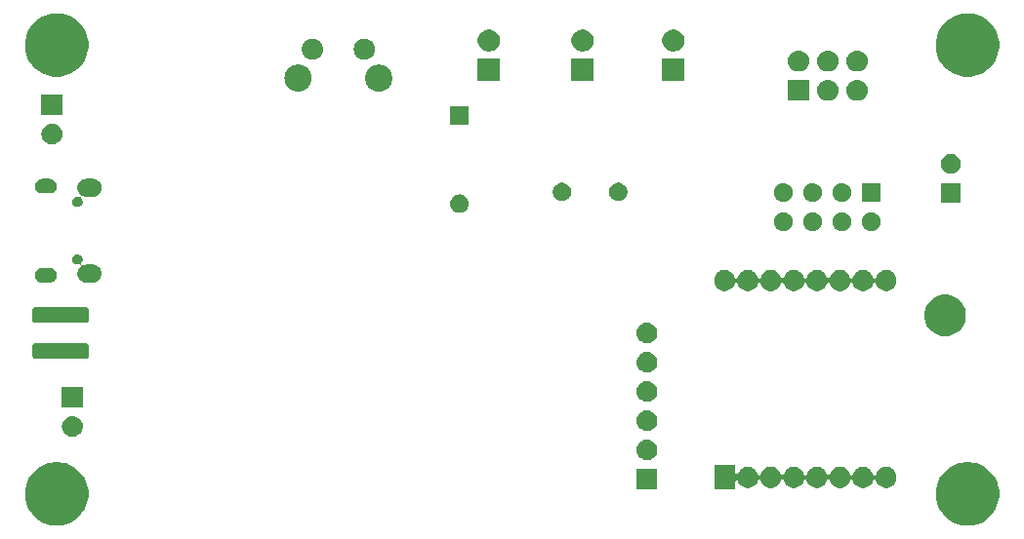
<source format=gbr>
G04 #@! TF.GenerationSoftware,KiCad,Pcbnew,(6.0.0-rc1-dev-1491-g0a4812be0)*
G04 #@! TF.CreationDate,2019-01-28T15:12:53+01:00
G04 #@! TF.ProjectId,mySensors_door_switch,6d795365-6e73-46f7-9273-5f646f6f725f,1.0*
G04 #@! TF.SameCoordinates,Original*
G04 #@! TF.FileFunction,Soldermask,Bot*
G04 #@! TF.FilePolarity,Negative*
%FSLAX46Y46*%
G04 Gerber Fmt 4.6, Leading zero omitted, Abs format (unit mm)*
G04 Created by KiCad (PCBNEW (6.0.0-rc1-dev-1491-g0a4812be0)) date 2019-01-28 15:12:53*
%MOMM*%
%LPD*%
G04 APERTURE LIST*
%ADD10C,0.100000*%
G04 APERTURE END LIST*
D10*
X132064000Y-70878200D02*
G75*
G03X132064000Y-70878200I-1143000J0D01*
G01*
X126060000Y-68378200D02*
G75*
G03X126060000Y-68378200I-889000J0D01*
G01*
X130560000Y-68378200D02*
G75*
G03X130560000Y-68378200I-889000J0D01*
G01*
X125064000Y-70878200D02*
G75*
G03X125064000Y-70878200I-1143000J0D01*
G01*
G36*
X182523693Y-104301859D02*
G01*
X182789437Y-104354719D01*
X183290087Y-104562095D01*
X183470357Y-104682548D01*
X183740663Y-104863161D01*
X184123839Y-105246337D01*
X184123841Y-105246340D01*
X184424905Y-105696913D01*
X184558363Y-106019109D01*
X184632281Y-106197564D01*
X184738000Y-106729049D01*
X184738000Y-107270951D01*
X184702186Y-107451000D01*
X184632281Y-107802437D01*
X184424905Y-108303087D01*
X184134636Y-108737504D01*
X184123839Y-108753663D01*
X183740663Y-109136839D01*
X183740660Y-109136841D01*
X183290087Y-109437905D01*
X182789437Y-109645281D01*
X182523693Y-109698141D01*
X182257951Y-109751000D01*
X181716049Y-109751000D01*
X181450307Y-109698141D01*
X181184563Y-109645281D01*
X180683913Y-109437905D01*
X180233340Y-109136841D01*
X180233337Y-109136839D01*
X179850161Y-108753663D01*
X179839364Y-108737504D01*
X179549095Y-108303087D01*
X179341719Y-107802437D01*
X179271814Y-107451000D01*
X179236000Y-107270951D01*
X179236000Y-106729049D01*
X179341719Y-106197564D01*
X179415637Y-106019109D01*
X179549095Y-105696913D01*
X179850159Y-105246340D01*
X179850161Y-105246337D01*
X180233337Y-104863161D01*
X180503643Y-104682548D01*
X180683913Y-104562095D01*
X181184563Y-104354719D01*
X181450307Y-104301859D01*
X181716049Y-104249000D01*
X182257951Y-104249000D01*
X182523693Y-104301859D01*
X182523693Y-104301859D01*
G37*
G36*
X103523693Y-104301859D02*
G01*
X103789437Y-104354719D01*
X104290087Y-104562095D01*
X104470357Y-104682548D01*
X104740663Y-104863161D01*
X105123839Y-105246337D01*
X105123841Y-105246340D01*
X105424905Y-105696913D01*
X105558363Y-106019109D01*
X105632281Y-106197564D01*
X105738000Y-106729049D01*
X105738000Y-107270951D01*
X105702186Y-107451000D01*
X105632281Y-107802437D01*
X105424905Y-108303087D01*
X105134636Y-108737504D01*
X105123839Y-108753663D01*
X104740663Y-109136839D01*
X104740660Y-109136841D01*
X104290087Y-109437905D01*
X103789437Y-109645281D01*
X103523693Y-109698141D01*
X103257951Y-109751000D01*
X102716049Y-109751000D01*
X102450307Y-109698141D01*
X102184563Y-109645281D01*
X101683913Y-109437905D01*
X101233340Y-109136841D01*
X101233337Y-109136839D01*
X100850161Y-108753663D01*
X100839364Y-108737504D01*
X100549095Y-108303087D01*
X100341719Y-107802437D01*
X100271814Y-107451000D01*
X100236000Y-107270951D01*
X100236000Y-106729049D01*
X100341719Y-106197564D01*
X100415637Y-106019109D01*
X100549095Y-105696913D01*
X100850159Y-105246340D01*
X100850161Y-105246337D01*
X101233337Y-104863161D01*
X101503643Y-104682548D01*
X101683913Y-104562095D01*
X102184563Y-104354719D01*
X102450307Y-104301859D01*
X102716049Y-104249000D01*
X103257951Y-104249000D01*
X103523693Y-104301859D01*
X103523693Y-104301859D01*
G37*
G36*
X155082000Y-106617000D02*
G01*
X153280000Y-106617000D01*
X153280000Y-104815000D01*
X155082000Y-104815000D01*
X155082000Y-106617000D01*
X155082000Y-106617000D01*
G37*
G36*
X161833600Y-105164006D02*
G01*
X161836002Y-105188392D01*
X161843115Y-105211841D01*
X161854666Y-105233452D01*
X161870212Y-105252394D01*
X161889154Y-105267940D01*
X161910765Y-105279491D01*
X161934214Y-105286604D01*
X161958600Y-105289006D01*
X161982986Y-105286604D01*
X162006435Y-105279491D01*
X162028046Y-105267940D01*
X162046988Y-105252394D01*
X162062534Y-105233452D01*
X162074085Y-105211842D01*
X162083798Y-105188392D01*
X162108492Y-105128775D01*
X162208584Y-104978977D01*
X162208586Y-104978974D01*
X162335974Y-104851586D01*
X162390729Y-104815000D01*
X162485775Y-104751492D01*
X162652221Y-104682548D01*
X162652222Y-104682548D01*
X162652224Y-104682547D01*
X162828918Y-104647400D01*
X163009082Y-104647400D01*
X163185776Y-104682547D01*
X163185778Y-104682548D01*
X163185779Y-104682548D01*
X163352225Y-104751492D01*
X163447271Y-104815000D01*
X163502026Y-104851586D01*
X163629414Y-104978974D01*
X163629416Y-104978977D01*
X163729508Y-105128775D01*
X163784897Y-105262496D01*
X163802475Y-105304933D01*
X163803513Y-105308355D01*
X163815063Y-105329967D01*
X163830608Y-105348909D01*
X163849549Y-105364456D01*
X163871160Y-105376008D01*
X163894608Y-105383122D01*
X163918995Y-105385525D01*
X163943381Y-105383124D01*
X163966830Y-105376012D01*
X163988442Y-105364462D01*
X164007384Y-105348917D01*
X164022931Y-105329976D01*
X164034483Y-105308365D01*
X164035522Y-105304940D01*
X164059796Y-105246337D01*
X164108492Y-105128775D01*
X164208584Y-104978977D01*
X164208586Y-104978974D01*
X164335974Y-104851586D01*
X164390729Y-104815000D01*
X164485775Y-104751492D01*
X164652221Y-104682548D01*
X164652222Y-104682548D01*
X164652224Y-104682547D01*
X164828918Y-104647400D01*
X165009082Y-104647400D01*
X165185776Y-104682547D01*
X165185778Y-104682548D01*
X165185779Y-104682548D01*
X165352225Y-104751492D01*
X165447271Y-104815000D01*
X165502026Y-104851586D01*
X165629414Y-104978974D01*
X165629416Y-104978977D01*
X165729508Y-105128775D01*
X165784897Y-105262496D01*
X165802475Y-105304933D01*
X165803513Y-105308355D01*
X165815063Y-105329967D01*
X165830608Y-105348909D01*
X165849549Y-105364456D01*
X165871160Y-105376008D01*
X165894608Y-105383122D01*
X165918995Y-105385525D01*
X165943381Y-105383124D01*
X165966830Y-105376012D01*
X165988442Y-105364462D01*
X166007384Y-105348917D01*
X166022931Y-105329976D01*
X166034483Y-105308365D01*
X166035522Y-105304940D01*
X166059796Y-105246337D01*
X166108492Y-105128775D01*
X166208584Y-104978977D01*
X166208586Y-104978974D01*
X166335974Y-104851586D01*
X166390729Y-104815000D01*
X166485775Y-104751492D01*
X166652221Y-104682548D01*
X166652222Y-104682548D01*
X166652224Y-104682547D01*
X166828918Y-104647400D01*
X167009082Y-104647400D01*
X167185776Y-104682547D01*
X167185778Y-104682548D01*
X167185779Y-104682548D01*
X167352225Y-104751492D01*
X167447271Y-104815000D01*
X167502026Y-104851586D01*
X167629414Y-104978974D01*
X167629416Y-104978977D01*
X167729508Y-105128775D01*
X167784897Y-105262496D01*
X167802475Y-105304933D01*
X167803513Y-105308355D01*
X167815063Y-105329967D01*
X167830608Y-105348909D01*
X167849549Y-105364456D01*
X167871160Y-105376008D01*
X167894608Y-105383122D01*
X167918995Y-105385525D01*
X167943381Y-105383124D01*
X167966830Y-105376012D01*
X167988442Y-105364462D01*
X168007384Y-105348917D01*
X168022931Y-105329976D01*
X168034483Y-105308365D01*
X168035522Y-105304940D01*
X168059796Y-105246337D01*
X168108492Y-105128775D01*
X168208584Y-104978977D01*
X168208586Y-104978974D01*
X168335974Y-104851586D01*
X168390729Y-104815000D01*
X168485775Y-104751492D01*
X168652221Y-104682548D01*
X168652222Y-104682548D01*
X168652224Y-104682547D01*
X168828918Y-104647400D01*
X169009082Y-104647400D01*
X169185776Y-104682547D01*
X169185778Y-104682548D01*
X169185779Y-104682548D01*
X169352225Y-104751492D01*
X169447271Y-104815000D01*
X169502026Y-104851586D01*
X169629414Y-104978974D01*
X169629416Y-104978977D01*
X169729508Y-105128775D01*
X169784897Y-105262496D01*
X169802475Y-105304933D01*
X169803513Y-105308355D01*
X169815063Y-105329967D01*
X169830608Y-105348909D01*
X169849549Y-105364456D01*
X169871160Y-105376008D01*
X169894608Y-105383122D01*
X169918995Y-105385525D01*
X169943381Y-105383124D01*
X169966830Y-105376012D01*
X169988442Y-105364462D01*
X170007384Y-105348917D01*
X170022931Y-105329976D01*
X170034483Y-105308365D01*
X170035522Y-105304940D01*
X170059796Y-105246337D01*
X170108492Y-105128775D01*
X170208584Y-104978977D01*
X170208586Y-104978974D01*
X170335974Y-104851586D01*
X170390729Y-104815000D01*
X170485775Y-104751492D01*
X170652221Y-104682548D01*
X170652222Y-104682548D01*
X170652224Y-104682547D01*
X170828918Y-104647400D01*
X171009082Y-104647400D01*
X171185776Y-104682547D01*
X171185778Y-104682548D01*
X171185779Y-104682548D01*
X171352225Y-104751492D01*
X171447271Y-104815000D01*
X171502026Y-104851586D01*
X171629414Y-104978974D01*
X171629416Y-104978977D01*
X171729508Y-105128775D01*
X171784897Y-105262496D01*
X171802475Y-105304933D01*
X171803513Y-105308355D01*
X171815063Y-105329967D01*
X171830608Y-105348909D01*
X171849549Y-105364456D01*
X171871160Y-105376008D01*
X171894608Y-105383122D01*
X171918995Y-105385525D01*
X171943381Y-105383124D01*
X171966830Y-105376012D01*
X171988442Y-105364462D01*
X172007384Y-105348917D01*
X172022931Y-105329976D01*
X172034483Y-105308365D01*
X172035522Y-105304940D01*
X172059796Y-105246337D01*
X172108492Y-105128775D01*
X172208584Y-104978977D01*
X172208586Y-104978974D01*
X172335974Y-104851586D01*
X172390729Y-104815000D01*
X172485775Y-104751492D01*
X172652221Y-104682548D01*
X172652222Y-104682548D01*
X172652224Y-104682547D01*
X172828918Y-104647400D01*
X173009082Y-104647400D01*
X173185776Y-104682547D01*
X173185778Y-104682548D01*
X173185779Y-104682548D01*
X173352225Y-104751492D01*
X173447271Y-104815000D01*
X173502026Y-104851586D01*
X173629414Y-104978974D01*
X173629416Y-104978977D01*
X173729508Y-105128775D01*
X173784897Y-105262496D01*
X173802475Y-105304933D01*
X173803513Y-105308355D01*
X173815063Y-105329967D01*
X173830608Y-105348909D01*
X173849549Y-105364456D01*
X173871160Y-105376008D01*
X173894608Y-105383122D01*
X173918995Y-105385525D01*
X173943381Y-105383124D01*
X173966830Y-105376012D01*
X173988442Y-105364462D01*
X174007384Y-105348917D01*
X174022931Y-105329976D01*
X174034483Y-105308365D01*
X174035522Y-105304940D01*
X174059796Y-105246337D01*
X174108492Y-105128775D01*
X174208584Y-104978977D01*
X174208586Y-104978974D01*
X174335974Y-104851586D01*
X174390729Y-104815000D01*
X174485775Y-104751492D01*
X174652221Y-104682548D01*
X174652222Y-104682548D01*
X174652224Y-104682547D01*
X174828918Y-104647400D01*
X175009082Y-104647400D01*
X175185776Y-104682547D01*
X175185778Y-104682548D01*
X175185779Y-104682548D01*
X175352225Y-104751492D01*
X175447271Y-104815000D01*
X175502026Y-104851586D01*
X175629414Y-104978974D01*
X175629416Y-104978977D01*
X175729508Y-105128775D01*
X175798452Y-105295221D01*
X175798453Y-105295224D01*
X175833600Y-105471918D01*
X175833600Y-105652082D01*
X175800386Y-105819060D01*
X175798452Y-105828779D01*
X175729508Y-105995225D01*
X175729507Y-105995226D01*
X175629414Y-106145026D01*
X175502026Y-106272414D01*
X175502023Y-106272416D01*
X175352225Y-106372508D01*
X175185779Y-106441452D01*
X175185778Y-106441452D01*
X175185776Y-106441453D01*
X175009082Y-106476600D01*
X174828918Y-106476600D01*
X174652224Y-106441453D01*
X174652222Y-106441452D01*
X174652221Y-106441452D01*
X174485775Y-106372508D01*
X174335977Y-106272416D01*
X174335974Y-106272414D01*
X174208586Y-106145026D01*
X174108493Y-105995226D01*
X174108492Y-105995225D01*
X174039548Y-105828779D01*
X174039547Y-105828776D01*
X174035525Y-105819067D01*
X174034487Y-105815645D01*
X174022937Y-105794033D01*
X174007392Y-105775091D01*
X173988451Y-105759544D01*
X173966840Y-105747992D01*
X173943392Y-105740878D01*
X173919005Y-105738475D01*
X173894619Y-105740876D01*
X173871170Y-105747988D01*
X173849558Y-105759538D01*
X173830616Y-105775083D01*
X173815069Y-105794024D01*
X173803517Y-105815635D01*
X173802478Y-105819060D01*
X173787340Y-105855605D01*
X173729508Y-105995225D01*
X173729507Y-105995226D01*
X173629414Y-106145026D01*
X173502026Y-106272414D01*
X173502023Y-106272416D01*
X173352225Y-106372508D01*
X173185779Y-106441452D01*
X173185778Y-106441452D01*
X173185776Y-106441453D01*
X173009082Y-106476600D01*
X172828918Y-106476600D01*
X172652224Y-106441453D01*
X172652222Y-106441452D01*
X172652221Y-106441452D01*
X172485775Y-106372508D01*
X172335977Y-106272416D01*
X172335974Y-106272414D01*
X172208586Y-106145026D01*
X172108493Y-105995226D01*
X172108492Y-105995225D01*
X172039548Y-105828779D01*
X172039547Y-105828776D01*
X172035525Y-105819067D01*
X172034487Y-105815645D01*
X172022937Y-105794033D01*
X172007392Y-105775091D01*
X171988451Y-105759544D01*
X171966840Y-105747992D01*
X171943392Y-105740878D01*
X171919005Y-105738475D01*
X171894619Y-105740876D01*
X171871170Y-105747988D01*
X171849558Y-105759538D01*
X171830616Y-105775083D01*
X171815069Y-105794024D01*
X171803517Y-105815635D01*
X171802478Y-105819060D01*
X171787340Y-105855605D01*
X171729508Y-105995225D01*
X171729507Y-105995226D01*
X171629414Y-106145026D01*
X171502026Y-106272414D01*
X171502023Y-106272416D01*
X171352225Y-106372508D01*
X171185779Y-106441452D01*
X171185778Y-106441452D01*
X171185776Y-106441453D01*
X171009082Y-106476600D01*
X170828918Y-106476600D01*
X170652224Y-106441453D01*
X170652222Y-106441452D01*
X170652221Y-106441452D01*
X170485775Y-106372508D01*
X170335977Y-106272416D01*
X170335974Y-106272414D01*
X170208586Y-106145026D01*
X170108493Y-105995226D01*
X170108492Y-105995225D01*
X170039548Y-105828779D01*
X170039547Y-105828776D01*
X170035525Y-105819067D01*
X170034487Y-105815645D01*
X170022937Y-105794033D01*
X170007392Y-105775091D01*
X169988451Y-105759544D01*
X169966840Y-105747992D01*
X169943392Y-105740878D01*
X169919005Y-105738475D01*
X169894619Y-105740876D01*
X169871170Y-105747988D01*
X169849558Y-105759538D01*
X169830616Y-105775083D01*
X169815069Y-105794024D01*
X169803517Y-105815635D01*
X169802478Y-105819060D01*
X169787340Y-105855605D01*
X169729508Y-105995225D01*
X169729507Y-105995226D01*
X169629414Y-106145026D01*
X169502026Y-106272414D01*
X169502023Y-106272416D01*
X169352225Y-106372508D01*
X169185779Y-106441452D01*
X169185778Y-106441452D01*
X169185776Y-106441453D01*
X169009082Y-106476600D01*
X168828918Y-106476600D01*
X168652224Y-106441453D01*
X168652222Y-106441452D01*
X168652221Y-106441452D01*
X168485775Y-106372508D01*
X168335977Y-106272416D01*
X168335974Y-106272414D01*
X168208586Y-106145026D01*
X168108493Y-105995226D01*
X168108492Y-105995225D01*
X168039548Y-105828779D01*
X168039547Y-105828776D01*
X168035525Y-105819067D01*
X168034487Y-105815645D01*
X168022937Y-105794033D01*
X168007392Y-105775091D01*
X167988451Y-105759544D01*
X167966840Y-105747992D01*
X167943392Y-105740878D01*
X167919005Y-105738475D01*
X167894619Y-105740876D01*
X167871170Y-105747988D01*
X167849558Y-105759538D01*
X167830616Y-105775083D01*
X167815069Y-105794024D01*
X167803517Y-105815635D01*
X167802478Y-105819060D01*
X167787340Y-105855605D01*
X167729508Y-105995225D01*
X167729507Y-105995226D01*
X167629414Y-106145026D01*
X167502026Y-106272414D01*
X167502023Y-106272416D01*
X167352225Y-106372508D01*
X167185779Y-106441452D01*
X167185778Y-106441452D01*
X167185776Y-106441453D01*
X167009082Y-106476600D01*
X166828918Y-106476600D01*
X166652224Y-106441453D01*
X166652222Y-106441452D01*
X166652221Y-106441452D01*
X166485775Y-106372508D01*
X166335977Y-106272416D01*
X166335974Y-106272414D01*
X166208586Y-106145026D01*
X166108493Y-105995226D01*
X166108492Y-105995225D01*
X166039548Y-105828779D01*
X166039547Y-105828776D01*
X166035525Y-105819067D01*
X166034487Y-105815645D01*
X166022937Y-105794033D01*
X166007392Y-105775091D01*
X165988451Y-105759544D01*
X165966840Y-105747992D01*
X165943392Y-105740878D01*
X165919005Y-105738475D01*
X165894619Y-105740876D01*
X165871170Y-105747988D01*
X165849558Y-105759538D01*
X165830616Y-105775083D01*
X165815069Y-105794024D01*
X165803517Y-105815635D01*
X165802478Y-105819060D01*
X165787340Y-105855605D01*
X165729508Y-105995225D01*
X165729507Y-105995226D01*
X165629414Y-106145026D01*
X165502026Y-106272414D01*
X165502023Y-106272416D01*
X165352225Y-106372508D01*
X165185779Y-106441452D01*
X165185778Y-106441452D01*
X165185776Y-106441453D01*
X165009082Y-106476600D01*
X164828918Y-106476600D01*
X164652224Y-106441453D01*
X164652222Y-106441452D01*
X164652221Y-106441452D01*
X164485775Y-106372508D01*
X164335977Y-106272416D01*
X164335974Y-106272414D01*
X164208586Y-106145026D01*
X164108493Y-105995226D01*
X164108492Y-105995225D01*
X164039548Y-105828779D01*
X164039547Y-105828776D01*
X164035525Y-105819067D01*
X164034487Y-105815645D01*
X164022937Y-105794033D01*
X164007392Y-105775091D01*
X163988451Y-105759544D01*
X163966840Y-105747992D01*
X163943392Y-105740878D01*
X163919005Y-105738475D01*
X163894619Y-105740876D01*
X163871170Y-105747988D01*
X163849558Y-105759538D01*
X163830616Y-105775083D01*
X163815069Y-105794024D01*
X163803517Y-105815635D01*
X163802478Y-105819060D01*
X163787340Y-105855605D01*
X163729508Y-105995225D01*
X163729507Y-105995226D01*
X163629414Y-106145026D01*
X163502026Y-106272414D01*
X163502023Y-106272416D01*
X163352225Y-106372508D01*
X163185779Y-106441452D01*
X163185778Y-106441452D01*
X163185776Y-106441453D01*
X163009082Y-106476600D01*
X162828918Y-106476600D01*
X162652224Y-106441453D01*
X162652222Y-106441452D01*
X162652221Y-106441452D01*
X162485775Y-106372508D01*
X162335977Y-106272416D01*
X162335974Y-106272414D01*
X162208586Y-106145026D01*
X162108493Y-105995226D01*
X162108492Y-105995225D01*
X162074083Y-105912155D01*
X162062534Y-105890547D01*
X162046988Y-105871605D01*
X162028046Y-105856060D01*
X162006435Y-105844509D01*
X161982986Y-105837396D01*
X161958600Y-105834994D01*
X161934213Y-105837396D01*
X161910764Y-105844509D01*
X161889153Y-105856060D01*
X161870211Y-105871606D01*
X161854666Y-105890548D01*
X161843115Y-105912159D01*
X161836002Y-105935608D01*
X161833600Y-105959994D01*
X161833600Y-106613000D01*
X160004400Y-106613000D01*
X160004400Y-104511000D01*
X161833600Y-104511000D01*
X161833600Y-105164006D01*
X161833600Y-105164006D01*
G37*
G36*
X154291443Y-102281519D02*
G01*
X154357627Y-102288037D01*
X154470853Y-102322384D01*
X154527467Y-102339557D01*
X154666087Y-102413652D01*
X154683991Y-102423222D01*
X154719729Y-102452552D01*
X154821186Y-102535814D01*
X154904448Y-102637271D01*
X154933778Y-102673009D01*
X154933779Y-102673011D01*
X155017443Y-102829533D01*
X155017443Y-102829534D01*
X155068963Y-102999373D01*
X155086359Y-103176000D01*
X155068963Y-103352627D01*
X155034616Y-103465853D01*
X155017443Y-103522467D01*
X154943348Y-103661087D01*
X154933778Y-103678991D01*
X154904448Y-103714729D01*
X154821186Y-103816186D01*
X154719729Y-103899448D01*
X154683991Y-103928778D01*
X154683989Y-103928779D01*
X154527467Y-104012443D01*
X154470853Y-104029616D01*
X154357627Y-104063963D01*
X154291442Y-104070482D01*
X154225260Y-104077000D01*
X154136740Y-104077000D01*
X154070558Y-104070482D01*
X154004373Y-104063963D01*
X153891147Y-104029616D01*
X153834533Y-104012443D01*
X153678011Y-103928779D01*
X153678009Y-103928778D01*
X153642271Y-103899448D01*
X153540814Y-103816186D01*
X153457552Y-103714729D01*
X153428222Y-103678991D01*
X153418652Y-103661087D01*
X153344557Y-103522467D01*
X153327384Y-103465853D01*
X153293037Y-103352627D01*
X153275641Y-103176000D01*
X153293037Y-102999373D01*
X153344557Y-102829534D01*
X153344557Y-102829533D01*
X153428221Y-102673011D01*
X153428222Y-102673009D01*
X153457552Y-102637271D01*
X153540814Y-102535814D01*
X153642271Y-102452552D01*
X153678009Y-102423222D01*
X153695913Y-102413652D01*
X153834533Y-102339557D01*
X153891147Y-102322384D01*
X154004373Y-102288037D01*
X154070557Y-102281519D01*
X154136740Y-102275000D01*
X154225260Y-102275000D01*
X154291443Y-102281519D01*
X154291443Y-102281519D01*
G37*
G36*
X104453442Y-100249718D02*
G01*
X104519627Y-100256237D01*
X104629389Y-100289533D01*
X104689467Y-100307757D01*
X104828087Y-100381852D01*
X104845991Y-100391422D01*
X104881729Y-100420752D01*
X104983186Y-100504014D01*
X105066448Y-100605471D01*
X105095778Y-100641209D01*
X105095779Y-100641211D01*
X105179443Y-100797733D01*
X105179443Y-100797734D01*
X105230963Y-100967573D01*
X105248359Y-101144200D01*
X105230963Y-101320827D01*
X105210350Y-101388778D01*
X105179443Y-101490667D01*
X105154677Y-101537000D01*
X105095778Y-101647191D01*
X105066448Y-101682929D01*
X104983186Y-101784386D01*
X104881729Y-101867648D01*
X104845991Y-101896978D01*
X104845989Y-101896979D01*
X104689467Y-101980643D01*
X104632853Y-101997816D01*
X104519627Y-102032163D01*
X104453442Y-102038682D01*
X104387260Y-102045200D01*
X104298740Y-102045200D01*
X104232558Y-102038682D01*
X104166373Y-102032163D01*
X104053147Y-101997816D01*
X103996533Y-101980643D01*
X103840011Y-101896979D01*
X103840009Y-101896978D01*
X103804271Y-101867648D01*
X103702814Y-101784386D01*
X103619552Y-101682929D01*
X103590222Y-101647191D01*
X103531323Y-101537000D01*
X103506557Y-101490667D01*
X103475650Y-101388778D01*
X103455037Y-101320827D01*
X103437641Y-101144200D01*
X103455037Y-100967573D01*
X103506557Y-100797734D01*
X103506557Y-100797733D01*
X103590221Y-100641211D01*
X103590222Y-100641209D01*
X103619552Y-100605471D01*
X103702814Y-100504014D01*
X103804271Y-100420752D01*
X103840009Y-100391422D01*
X103857913Y-100381852D01*
X103996533Y-100307757D01*
X104056611Y-100289533D01*
X104166373Y-100256237D01*
X104232557Y-100249719D01*
X104298740Y-100243200D01*
X104387260Y-100243200D01*
X104453442Y-100249718D01*
X104453442Y-100249718D01*
G37*
G36*
X154291443Y-99741519D02*
G01*
X154357627Y-99748037D01*
X154470853Y-99782384D01*
X154527467Y-99799557D01*
X154666087Y-99873652D01*
X154683991Y-99883222D01*
X154719729Y-99912552D01*
X154821186Y-99995814D01*
X154904448Y-100097271D01*
X154933778Y-100133009D01*
X154933779Y-100133011D01*
X155017443Y-100289533D01*
X155017443Y-100289534D01*
X155068963Y-100459373D01*
X155086359Y-100636000D01*
X155068963Y-100812627D01*
X155034616Y-100925853D01*
X155017443Y-100982467D01*
X154943348Y-101121087D01*
X154933778Y-101138991D01*
X154929503Y-101144200D01*
X154821186Y-101276186D01*
X154719729Y-101359448D01*
X154683991Y-101388778D01*
X154683989Y-101388779D01*
X154527467Y-101472443D01*
X154470853Y-101489616D01*
X154357627Y-101523963D01*
X154291443Y-101530481D01*
X154225260Y-101537000D01*
X154136740Y-101537000D01*
X154070557Y-101530481D01*
X154004373Y-101523963D01*
X153891147Y-101489616D01*
X153834533Y-101472443D01*
X153678011Y-101388779D01*
X153678009Y-101388778D01*
X153642271Y-101359448D01*
X153540814Y-101276186D01*
X153432497Y-101144200D01*
X153428222Y-101138991D01*
X153418652Y-101121087D01*
X153344557Y-100982467D01*
X153327384Y-100925853D01*
X153293037Y-100812627D01*
X153275641Y-100636000D01*
X153293037Y-100459373D01*
X153344557Y-100289534D01*
X153344557Y-100289533D01*
X153428221Y-100133011D01*
X153428222Y-100133009D01*
X153457552Y-100097271D01*
X153540814Y-99995814D01*
X153642271Y-99912552D01*
X153678009Y-99883222D01*
X153695913Y-99873652D01*
X153834533Y-99799557D01*
X153891147Y-99782384D01*
X154004373Y-99748037D01*
X154070557Y-99741519D01*
X154136740Y-99735000D01*
X154225260Y-99735000D01*
X154291443Y-99741519D01*
X154291443Y-99741519D01*
G37*
G36*
X105244000Y-99505200D02*
G01*
X103442000Y-99505200D01*
X103442000Y-97703200D01*
X105244000Y-97703200D01*
X105244000Y-99505200D01*
X105244000Y-99505200D01*
G37*
G36*
X154291442Y-97201518D02*
G01*
X154357627Y-97208037D01*
X154470853Y-97242384D01*
X154527467Y-97259557D01*
X154666087Y-97333652D01*
X154683991Y-97343222D01*
X154719729Y-97372552D01*
X154821186Y-97455814D01*
X154904448Y-97557271D01*
X154933778Y-97593009D01*
X154933779Y-97593011D01*
X155017443Y-97749533D01*
X155017443Y-97749534D01*
X155068963Y-97919373D01*
X155086359Y-98096000D01*
X155068963Y-98272627D01*
X155034616Y-98385853D01*
X155017443Y-98442467D01*
X154943348Y-98581087D01*
X154933778Y-98598991D01*
X154904448Y-98634729D01*
X154821186Y-98736186D01*
X154719729Y-98819448D01*
X154683991Y-98848778D01*
X154683989Y-98848779D01*
X154527467Y-98932443D01*
X154470853Y-98949616D01*
X154357627Y-98983963D01*
X154291442Y-98990482D01*
X154225260Y-98997000D01*
X154136740Y-98997000D01*
X154070558Y-98990482D01*
X154004373Y-98983963D01*
X153891147Y-98949616D01*
X153834533Y-98932443D01*
X153678011Y-98848779D01*
X153678009Y-98848778D01*
X153642271Y-98819448D01*
X153540814Y-98736186D01*
X153457552Y-98634729D01*
X153428222Y-98598991D01*
X153418652Y-98581087D01*
X153344557Y-98442467D01*
X153327384Y-98385853D01*
X153293037Y-98272627D01*
X153275641Y-98096000D01*
X153293037Y-97919373D01*
X153344557Y-97749534D01*
X153344557Y-97749533D01*
X153428221Y-97593011D01*
X153428222Y-97593009D01*
X153457552Y-97557271D01*
X153540814Y-97455814D01*
X153642271Y-97372552D01*
X153678009Y-97343222D01*
X153695913Y-97333652D01*
X153834533Y-97259557D01*
X153891147Y-97242384D01*
X154004373Y-97208037D01*
X154070558Y-97201518D01*
X154136740Y-97195000D01*
X154225260Y-97195000D01*
X154291442Y-97201518D01*
X154291442Y-97201518D01*
G37*
G36*
X154291443Y-94661519D02*
G01*
X154357627Y-94668037D01*
X154470853Y-94702384D01*
X154527467Y-94719557D01*
X154666087Y-94793652D01*
X154683991Y-94803222D01*
X154719729Y-94832552D01*
X154821186Y-94915814D01*
X154866790Y-94971384D01*
X154933778Y-95053009D01*
X154933779Y-95053011D01*
X155017443Y-95209533D01*
X155026025Y-95237825D01*
X155068963Y-95379373D01*
X155086359Y-95556000D01*
X155068963Y-95732627D01*
X155034616Y-95845853D01*
X155017443Y-95902467D01*
X154943348Y-96041087D01*
X154933778Y-96058991D01*
X154904448Y-96094729D01*
X154821186Y-96196186D01*
X154719729Y-96279448D01*
X154683991Y-96308778D01*
X154683989Y-96308779D01*
X154527467Y-96392443D01*
X154470853Y-96409616D01*
X154357627Y-96443963D01*
X154291443Y-96450481D01*
X154225260Y-96457000D01*
X154136740Y-96457000D01*
X154070557Y-96450481D01*
X154004373Y-96443963D01*
X153891147Y-96409616D01*
X153834533Y-96392443D01*
X153678011Y-96308779D01*
X153678009Y-96308778D01*
X153642271Y-96279448D01*
X153540814Y-96196186D01*
X153457552Y-96094729D01*
X153428222Y-96058991D01*
X153418652Y-96041087D01*
X153344557Y-95902467D01*
X153327384Y-95845853D01*
X153293037Y-95732627D01*
X153275641Y-95556000D01*
X153293037Y-95379373D01*
X153335975Y-95237825D01*
X153344557Y-95209533D01*
X153428221Y-95053011D01*
X153428222Y-95053009D01*
X153495210Y-94971384D01*
X153540814Y-94915814D01*
X153642271Y-94832552D01*
X153678009Y-94803222D01*
X153695913Y-94793652D01*
X153834533Y-94719557D01*
X153891147Y-94702384D01*
X154004373Y-94668037D01*
X154070557Y-94661519D01*
X154136740Y-94655000D01*
X154225260Y-94655000D01*
X154291443Y-94661519D01*
X154291443Y-94661519D01*
G37*
G36*
X105594444Y-93919575D02*
G01*
X105631259Y-93930742D01*
X105665182Y-93948875D01*
X105694920Y-93973280D01*
X105719325Y-94003018D01*
X105737458Y-94036941D01*
X105748625Y-94073756D01*
X105753000Y-94118177D01*
X105753000Y-95039223D01*
X105748625Y-95083644D01*
X105737458Y-95120459D01*
X105719325Y-95154382D01*
X105694920Y-95184120D01*
X105665182Y-95208525D01*
X105631259Y-95226658D01*
X105594444Y-95237825D01*
X105550023Y-95242200D01*
X101103977Y-95242200D01*
X101059556Y-95237825D01*
X101022741Y-95226658D01*
X100988818Y-95208525D01*
X100959080Y-95184120D01*
X100934675Y-95154382D01*
X100916542Y-95120459D01*
X100905375Y-95083644D01*
X100901000Y-95039223D01*
X100901000Y-94118177D01*
X100905375Y-94073756D01*
X100916542Y-94036941D01*
X100934675Y-94003018D01*
X100959080Y-93973280D01*
X100988818Y-93948875D01*
X101022741Y-93930742D01*
X101059556Y-93919575D01*
X101103977Y-93915200D01*
X105550023Y-93915200D01*
X105594444Y-93919575D01*
X105594444Y-93919575D01*
G37*
G36*
X154291443Y-92121519D02*
G01*
X154357627Y-92128037D01*
X154470853Y-92162384D01*
X154527467Y-92179557D01*
X154666087Y-92253652D01*
X154683991Y-92263222D01*
X154719729Y-92292552D01*
X154821186Y-92375814D01*
X154904448Y-92477271D01*
X154933778Y-92513009D01*
X154933779Y-92513011D01*
X155017443Y-92669533D01*
X155017443Y-92669534D01*
X155068963Y-92839373D01*
X155086359Y-93016000D01*
X155068963Y-93192627D01*
X155038436Y-93293260D01*
X155017443Y-93362467D01*
X154943348Y-93501087D01*
X154933778Y-93518991D01*
X154904448Y-93554729D01*
X154821186Y-93656186D01*
X154719729Y-93739448D01*
X154683991Y-93768778D01*
X154683989Y-93768779D01*
X154527467Y-93852443D01*
X154470853Y-93869616D01*
X154357627Y-93903963D01*
X154291442Y-93910482D01*
X154225260Y-93917000D01*
X154136740Y-93917000D01*
X154070558Y-93910482D01*
X154004373Y-93903963D01*
X153891147Y-93869616D01*
X153834533Y-93852443D01*
X153678011Y-93768779D01*
X153678009Y-93768778D01*
X153642271Y-93739448D01*
X153540814Y-93656186D01*
X153457552Y-93554729D01*
X153428222Y-93518991D01*
X153418652Y-93501087D01*
X153344557Y-93362467D01*
X153323564Y-93293260D01*
X153293037Y-93192627D01*
X153275641Y-93016000D01*
X153293037Y-92839373D01*
X153344557Y-92669534D01*
X153344557Y-92669533D01*
X153428221Y-92513011D01*
X153428222Y-92513009D01*
X153457552Y-92477271D01*
X153540814Y-92375814D01*
X153642271Y-92292552D01*
X153678009Y-92263222D01*
X153695913Y-92253652D01*
X153834533Y-92179557D01*
X153891147Y-92162384D01*
X154004373Y-92128037D01*
X154070558Y-92121518D01*
X154136740Y-92115000D01*
X154225260Y-92115000D01*
X154291443Y-92121519D01*
X154291443Y-92121519D01*
G37*
G36*
X180261905Y-89700989D02*
G01*
X180560350Y-89760353D01*
X180888122Y-89896121D01*
X181183109Y-90093225D01*
X181433975Y-90344091D01*
X181631079Y-90639078D01*
X181766847Y-90966850D01*
X181836060Y-91314811D01*
X181836060Y-91669589D01*
X181766847Y-92017550D01*
X181631079Y-92345322D01*
X181433975Y-92640309D01*
X181183109Y-92891175D01*
X180888122Y-93088279D01*
X180560350Y-93224047D01*
X180261905Y-93283411D01*
X180212390Y-93293260D01*
X179857610Y-93293260D01*
X179808095Y-93283411D01*
X179509650Y-93224047D01*
X179181878Y-93088279D01*
X178886891Y-92891175D01*
X178636025Y-92640309D01*
X178438921Y-92345322D01*
X178303153Y-92017550D01*
X178233940Y-91669589D01*
X178233940Y-91314811D01*
X178303153Y-90966850D01*
X178438921Y-90639078D01*
X178636025Y-90344091D01*
X178886891Y-90093225D01*
X179181878Y-89896121D01*
X179509650Y-89760353D01*
X179808095Y-89700989D01*
X179857610Y-89691140D01*
X180212390Y-89691140D01*
X180261905Y-89700989D01*
X180261905Y-89700989D01*
G37*
G36*
X105594444Y-90794575D02*
G01*
X105631259Y-90805742D01*
X105665182Y-90823875D01*
X105694920Y-90848280D01*
X105719325Y-90878018D01*
X105737458Y-90911941D01*
X105748625Y-90948756D01*
X105753000Y-90993177D01*
X105753000Y-91914223D01*
X105748625Y-91958644D01*
X105737458Y-91995459D01*
X105719325Y-92029382D01*
X105694920Y-92059120D01*
X105665182Y-92083525D01*
X105631259Y-92101658D01*
X105594444Y-92112825D01*
X105550023Y-92117200D01*
X101103977Y-92117200D01*
X101059556Y-92112825D01*
X101022741Y-92101658D01*
X100988818Y-92083525D01*
X100959080Y-92059120D01*
X100934675Y-92029382D01*
X100916542Y-91995459D01*
X100905375Y-91958644D01*
X100901000Y-91914223D01*
X100901000Y-90993177D01*
X100905375Y-90948756D01*
X100916542Y-90911941D01*
X100934675Y-90878018D01*
X100959080Y-90848280D01*
X100988818Y-90823875D01*
X101022741Y-90805742D01*
X101059556Y-90794575D01*
X101103977Y-90790200D01*
X105550023Y-90790200D01*
X105594444Y-90794575D01*
X105594444Y-90794575D01*
G37*
G36*
X161185776Y-87582547D02*
G01*
X161185778Y-87582548D01*
X161185779Y-87582548D01*
X161352225Y-87651492D01*
X161423442Y-87699078D01*
X161502026Y-87751586D01*
X161629414Y-87878974D01*
X161629416Y-87878977D01*
X161729508Y-88028775D01*
X161768916Y-88123914D01*
X161802475Y-88204933D01*
X161803513Y-88208355D01*
X161815063Y-88229967D01*
X161830608Y-88248909D01*
X161849549Y-88264456D01*
X161871160Y-88276008D01*
X161894608Y-88283122D01*
X161918995Y-88285525D01*
X161943381Y-88283124D01*
X161966830Y-88276012D01*
X161988442Y-88264462D01*
X162007384Y-88248917D01*
X162022931Y-88229976D01*
X162034483Y-88208365D01*
X162035522Y-88204940D01*
X162069084Y-88123914D01*
X162108492Y-88028775D01*
X162208584Y-87878977D01*
X162208586Y-87878974D01*
X162335974Y-87751586D01*
X162414558Y-87699078D01*
X162485775Y-87651492D01*
X162652221Y-87582548D01*
X162652222Y-87582548D01*
X162652224Y-87582547D01*
X162828918Y-87547400D01*
X163009082Y-87547400D01*
X163185776Y-87582547D01*
X163185778Y-87582548D01*
X163185779Y-87582548D01*
X163352225Y-87651492D01*
X163423442Y-87699078D01*
X163502026Y-87751586D01*
X163629414Y-87878974D01*
X163629416Y-87878977D01*
X163729508Y-88028775D01*
X163768916Y-88123914D01*
X163802475Y-88204933D01*
X163803513Y-88208355D01*
X163815063Y-88229967D01*
X163830608Y-88248909D01*
X163849549Y-88264456D01*
X163871160Y-88276008D01*
X163894608Y-88283122D01*
X163918995Y-88285525D01*
X163943381Y-88283124D01*
X163966830Y-88276012D01*
X163988442Y-88264462D01*
X164007384Y-88248917D01*
X164022931Y-88229976D01*
X164034483Y-88208365D01*
X164035522Y-88204940D01*
X164069084Y-88123914D01*
X164108492Y-88028775D01*
X164208584Y-87878977D01*
X164208586Y-87878974D01*
X164335974Y-87751586D01*
X164414558Y-87699078D01*
X164485775Y-87651492D01*
X164652221Y-87582548D01*
X164652222Y-87582548D01*
X164652224Y-87582547D01*
X164828918Y-87547400D01*
X165009082Y-87547400D01*
X165185776Y-87582547D01*
X165185778Y-87582548D01*
X165185779Y-87582548D01*
X165352225Y-87651492D01*
X165423442Y-87699078D01*
X165502026Y-87751586D01*
X165629414Y-87878974D01*
X165629416Y-87878977D01*
X165729508Y-88028775D01*
X165768916Y-88123914D01*
X165802475Y-88204933D01*
X165803513Y-88208355D01*
X165815063Y-88229967D01*
X165830608Y-88248909D01*
X165849549Y-88264456D01*
X165871160Y-88276008D01*
X165894608Y-88283122D01*
X165918995Y-88285525D01*
X165943381Y-88283124D01*
X165966830Y-88276012D01*
X165988442Y-88264462D01*
X166007384Y-88248917D01*
X166022931Y-88229976D01*
X166034483Y-88208365D01*
X166035522Y-88204940D01*
X166069084Y-88123914D01*
X166108492Y-88028775D01*
X166208584Y-87878977D01*
X166208586Y-87878974D01*
X166335974Y-87751586D01*
X166414558Y-87699078D01*
X166485775Y-87651492D01*
X166652221Y-87582548D01*
X166652222Y-87582548D01*
X166652224Y-87582547D01*
X166828918Y-87547400D01*
X167009082Y-87547400D01*
X167185776Y-87582547D01*
X167185778Y-87582548D01*
X167185779Y-87582548D01*
X167352225Y-87651492D01*
X167423442Y-87699078D01*
X167502026Y-87751586D01*
X167629414Y-87878974D01*
X167629416Y-87878977D01*
X167729508Y-88028775D01*
X167768916Y-88123914D01*
X167802475Y-88204933D01*
X167803513Y-88208355D01*
X167815063Y-88229967D01*
X167830608Y-88248909D01*
X167849549Y-88264456D01*
X167871160Y-88276008D01*
X167894608Y-88283122D01*
X167918995Y-88285525D01*
X167943381Y-88283124D01*
X167966830Y-88276012D01*
X167988442Y-88264462D01*
X168007384Y-88248917D01*
X168022931Y-88229976D01*
X168034483Y-88208365D01*
X168035522Y-88204940D01*
X168069084Y-88123914D01*
X168108492Y-88028775D01*
X168208584Y-87878977D01*
X168208586Y-87878974D01*
X168335974Y-87751586D01*
X168414558Y-87699078D01*
X168485775Y-87651492D01*
X168652221Y-87582548D01*
X168652222Y-87582548D01*
X168652224Y-87582547D01*
X168828918Y-87547400D01*
X169009082Y-87547400D01*
X169185776Y-87582547D01*
X169185778Y-87582548D01*
X169185779Y-87582548D01*
X169352225Y-87651492D01*
X169423442Y-87699078D01*
X169502026Y-87751586D01*
X169629414Y-87878974D01*
X169629416Y-87878977D01*
X169729508Y-88028775D01*
X169768916Y-88123914D01*
X169802475Y-88204933D01*
X169803513Y-88208355D01*
X169815063Y-88229967D01*
X169830608Y-88248909D01*
X169849549Y-88264456D01*
X169871160Y-88276008D01*
X169894608Y-88283122D01*
X169918995Y-88285525D01*
X169943381Y-88283124D01*
X169966830Y-88276012D01*
X169988442Y-88264462D01*
X170007384Y-88248917D01*
X170022931Y-88229976D01*
X170034483Y-88208365D01*
X170035522Y-88204940D01*
X170069084Y-88123914D01*
X170108492Y-88028775D01*
X170208584Y-87878977D01*
X170208586Y-87878974D01*
X170335974Y-87751586D01*
X170414558Y-87699078D01*
X170485775Y-87651492D01*
X170652221Y-87582548D01*
X170652222Y-87582548D01*
X170652224Y-87582547D01*
X170828918Y-87547400D01*
X171009082Y-87547400D01*
X171185776Y-87582547D01*
X171185778Y-87582548D01*
X171185779Y-87582548D01*
X171352225Y-87651492D01*
X171423442Y-87699078D01*
X171502026Y-87751586D01*
X171629414Y-87878974D01*
X171629416Y-87878977D01*
X171729508Y-88028775D01*
X171768916Y-88123914D01*
X171802475Y-88204933D01*
X171803513Y-88208355D01*
X171815063Y-88229967D01*
X171830608Y-88248909D01*
X171849549Y-88264456D01*
X171871160Y-88276008D01*
X171894608Y-88283122D01*
X171918995Y-88285525D01*
X171943381Y-88283124D01*
X171966830Y-88276012D01*
X171988442Y-88264462D01*
X172007384Y-88248917D01*
X172022931Y-88229976D01*
X172034483Y-88208365D01*
X172035522Y-88204940D01*
X172069084Y-88123914D01*
X172108492Y-88028775D01*
X172208584Y-87878977D01*
X172208586Y-87878974D01*
X172335974Y-87751586D01*
X172414558Y-87699078D01*
X172485775Y-87651492D01*
X172652221Y-87582548D01*
X172652222Y-87582548D01*
X172652224Y-87582547D01*
X172828918Y-87547400D01*
X173009082Y-87547400D01*
X173185776Y-87582547D01*
X173185778Y-87582548D01*
X173185779Y-87582548D01*
X173352225Y-87651492D01*
X173423442Y-87699078D01*
X173502026Y-87751586D01*
X173629414Y-87878974D01*
X173629416Y-87878977D01*
X173729508Y-88028775D01*
X173768916Y-88123914D01*
X173802475Y-88204933D01*
X173803513Y-88208355D01*
X173815063Y-88229967D01*
X173830608Y-88248909D01*
X173849549Y-88264456D01*
X173871160Y-88276008D01*
X173894608Y-88283122D01*
X173918995Y-88285525D01*
X173943381Y-88283124D01*
X173966830Y-88276012D01*
X173988442Y-88264462D01*
X174007384Y-88248917D01*
X174022931Y-88229976D01*
X174034483Y-88208365D01*
X174035522Y-88204940D01*
X174069084Y-88123914D01*
X174108492Y-88028775D01*
X174208584Y-87878977D01*
X174208586Y-87878974D01*
X174335974Y-87751586D01*
X174414558Y-87699078D01*
X174485775Y-87651492D01*
X174652221Y-87582548D01*
X174652222Y-87582548D01*
X174652224Y-87582547D01*
X174828918Y-87547400D01*
X175009082Y-87547400D01*
X175185776Y-87582547D01*
X175185778Y-87582548D01*
X175185779Y-87582548D01*
X175352225Y-87651492D01*
X175423442Y-87699078D01*
X175502026Y-87751586D01*
X175629414Y-87878974D01*
X175629416Y-87878977D01*
X175729508Y-88028775D01*
X175798452Y-88195221D01*
X175798453Y-88195224D01*
X175833600Y-88371918D01*
X175833600Y-88552082D01*
X175800386Y-88719060D01*
X175798452Y-88728779D01*
X175729508Y-88895225D01*
X175729507Y-88895226D01*
X175629414Y-89045026D01*
X175502026Y-89172414D01*
X175502023Y-89172416D01*
X175352225Y-89272508D01*
X175185779Y-89341452D01*
X175185778Y-89341452D01*
X175185776Y-89341453D01*
X175009082Y-89376600D01*
X174828918Y-89376600D01*
X174652224Y-89341453D01*
X174652222Y-89341452D01*
X174652221Y-89341452D01*
X174485775Y-89272508D01*
X174335977Y-89172416D01*
X174335974Y-89172414D01*
X174208586Y-89045026D01*
X174108493Y-88895226D01*
X174108492Y-88895225D01*
X174039548Y-88728779D01*
X174039547Y-88728776D01*
X174035525Y-88719067D01*
X174034487Y-88715645D01*
X174022937Y-88694033D01*
X174007392Y-88675091D01*
X173988451Y-88659544D01*
X173966840Y-88647992D01*
X173943392Y-88640878D01*
X173919005Y-88638475D01*
X173894619Y-88640876D01*
X173871170Y-88647988D01*
X173849558Y-88659538D01*
X173830616Y-88675083D01*
X173815069Y-88694024D01*
X173803517Y-88715635D01*
X173802478Y-88719060D01*
X173798453Y-88728776D01*
X173798452Y-88728779D01*
X173729508Y-88895225D01*
X173729507Y-88895226D01*
X173629414Y-89045026D01*
X173502026Y-89172414D01*
X173502023Y-89172416D01*
X173352225Y-89272508D01*
X173185779Y-89341452D01*
X173185778Y-89341452D01*
X173185776Y-89341453D01*
X173009082Y-89376600D01*
X172828918Y-89376600D01*
X172652224Y-89341453D01*
X172652222Y-89341452D01*
X172652221Y-89341452D01*
X172485775Y-89272508D01*
X172335977Y-89172416D01*
X172335974Y-89172414D01*
X172208586Y-89045026D01*
X172108493Y-88895226D01*
X172108492Y-88895225D01*
X172039548Y-88728779D01*
X172039547Y-88728776D01*
X172035525Y-88719067D01*
X172034487Y-88715645D01*
X172022937Y-88694033D01*
X172007392Y-88675091D01*
X171988451Y-88659544D01*
X171966840Y-88647992D01*
X171943392Y-88640878D01*
X171919005Y-88638475D01*
X171894619Y-88640876D01*
X171871170Y-88647988D01*
X171849558Y-88659538D01*
X171830616Y-88675083D01*
X171815069Y-88694024D01*
X171803517Y-88715635D01*
X171802478Y-88719060D01*
X171798453Y-88728776D01*
X171798452Y-88728779D01*
X171729508Y-88895225D01*
X171729507Y-88895226D01*
X171629414Y-89045026D01*
X171502026Y-89172414D01*
X171502023Y-89172416D01*
X171352225Y-89272508D01*
X171185779Y-89341452D01*
X171185778Y-89341452D01*
X171185776Y-89341453D01*
X171009082Y-89376600D01*
X170828918Y-89376600D01*
X170652224Y-89341453D01*
X170652222Y-89341452D01*
X170652221Y-89341452D01*
X170485775Y-89272508D01*
X170335977Y-89172416D01*
X170335974Y-89172414D01*
X170208586Y-89045026D01*
X170108493Y-88895226D01*
X170108492Y-88895225D01*
X170039548Y-88728779D01*
X170039547Y-88728776D01*
X170035525Y-88719067D01*
X170034487Y-88715645D01*
X170022937Y-88694033D01*
X170007392Y-88675091D01*
X169988451Y-88659544D01*
X169966840Y-88647992D01*
X169943392Y-88640878D01*
X169919005Y-88638475D01*
X169894619Y-88640876D01*
X169871170Y-88647988D01*
X169849558Y-88659538D01*
X169830616Y-88675083D01*
X169815069Y-88694024D01*
X169803517Y-88715635D01*
X169802478Y-88719060D01*
X169798453Y-88728776D01*
X169798452Y-88728779D01*
X169729508Y-88895225D01*
X169729507Y-88895226D01*
X169629414Y-89045026D01*
X169502026Y-89172414D01*
X169502023Y-89172416D01*
X169352225Y-89272508D01*
X169185779Y-89341452D01*
X169185778Y-89341452D01*
X169185776Y-89341453D01*
X169009082Y-89376600D01*
X168828918Y-89376600D01*
X168652224Y-89341453D01*
X168652222Y-89341452D01*
X168652221Y-89341452D01*
X168485775Y-89272508D01*
X168335977Y-89172416D01*
X168335974Y-89172414D01*
X168208586Y-89045026D01*
X168108493Y-88895226D01*
X168108492Y-88895225D01*
X168039548Y-88728779D01*
X168039547Y-88728776D01*
X168035525Y-88719067D01*
X168034487Y-88715645D01*
X168022937Y-88694033D01*
X168007392Y-88675091D01*
X167988451Y-88659544D01*
X167966840Y-88647992D01*
X167943392Y-88640878D01*
X167919005Y-88638475D01*
X167894619Y-88640876D01*
X167871170Y-88647988D01*
X167849558Y-88659538D01*
X167830616Y-88675083D01*
X167815069Y-88694024D01*
X167803517Y-88715635D01*
X167802478Y-88719060D01*
X167798453Y-88728776D01*
X167798452Y-88728779D01*
X167729508Y-88895225D01*
X167729507Y-88895226D01*
X167629414Y-89045026D01*
X167502026Y-89172414D01*
X167502023Y-89172416D01*
X167352225Y-89272508D01*
X167185779Y-89341452D01*
X167185778Y-89341452D01*
X167185776Y-89341453D01*
X167009082Y-89376600D01*
X166828918Y-89376600D01*
X166652224Y-89341453D01*
X166652222Y-89341452D01*
X166652221Y-89341452D01*
X166485775Y-89272508D01*
X166335977Y-89172416D01*
X166335974Y-89172414D01*
X166208586Y-89045026D01*
X166108493Y-88895226D01*
X166108492Y-88895225D01*
X166039548Y-88728779D01*
X166039547Y-88728776D01*
X166035525Y-88719067D01*
X166034487Y-88715645D01*
X166022937Y-88694033D01*
X166007392Y-88675091D01*
X165988451Y-88659544D01*
X165966840Y-88647992D01*
X165943392Y-88640878D01*
X165919005Y-88638475D01*
X165894619Y-88640876D01*
X165871170Y-88647988D01*
X165849558Y-88659538D01*
X165830616Y-88675083D01*
X165815069Y-88694024D01*
X165803517Y-88715635D01*
X165802478Y-88719060D01*
X165798453Y-88728776D01*
X165798452Y-88728779D01*
X165729508Y-88895225D01*
X165729507Y-88895226D01*
X165629414Y-89045026D01*
X165502026Y-89172414D01*
X165502023Y-89172416D01*
X165352225Y-89272508D01*
X165185779Y-89341452D01*
X165185778Y-89341452D01*
X165185776Y-89341453D01*
X165009082Y-89376600D01*
X164828918Y-89376600D01*
X164652224Y-89341453D01*
X164652222Y-89341452D01*
X164652221Y-89341452D01*
X164485775Y-89272508D01*
X164335977Y-89172416D01*
X164335974Y-89172414D01*
X164208586Y-89045026D01*
X164108493Y-88895226D01*
X164108492Y-88895225D01*
X164039548Y-88728779D01*
X164039547Y-88728776D01*
X164035525Y-88719067D01*
X164034487Y-88715645D01*
X164022937Y-88694033D01*
X164007392Y-88675091D01*
X163988451Y-88659544D01*
X163966840Y-88647992D01*
X163943392Y-88640878D01*
X163919005Y-88638475D01*
X163894619Y-88640876D01*
X163871170Y-88647988D01*
X163849558Y-88659538D01*
X163830616Y-88675083D01*
X163815069Y-88694024D01*
X163803517Y-88715635D01*
X163802478Y-88719060D01*
X163798453Y-88728776D01*
X163798452Y-88728779D01*
X163729508Y-88895225D01*
X163729507Y-88895226D01*
X163629414Y-89045026D01*
X163502026Y-89172414D01*
X163502023Y-89172416D01*
X163352225Y-89272508D01*
X163185779Y-89341452D01*
X163185778Y-89341452D01*
X163185776Y-89341453D01*
X163009082Y-89376600D01*
X162828918Y-89376600D01*
X162652224Y-89341453D01*
X162652222Y-89341452D01*
X162652221Y-89341452D01*
X162485775Y-89272508D01*
X162335977Y-89172416D01*
X162335974Y-89172414D01*
X162208586Y-89045026D01*
X162108493Y-88895226D01*
X162108492Y-88895225D01*
X162039548Y-88728779D01*
X162039547Y-88728776D01*
X162035525Y-88719067D01*
X162034487Y-88715645D01*
X162022937Y-88694033D01*
X162007392Y-88675091D01*
X161988451Y-88659544D01*
X161966840Y-88647992D01*
X161943392Y-88640878D01*
X161919005Y-88638475D01*
X161894619Y-88640876D01*
X161871170Y-88647988D01*
X161849558Y-88659538D01*
X161830616Y-88675083D01*
X161815069Y-88694024D01*
X161803517Y-88715635D01*
X161802478Y-88719060D01*
X161798453Y-88728776D01*
X161798452Y-88728779D01*
X161729508Y-88895225D01*
X161729507Y-88895226D01*
X161629414Y-89045026D01*
X161502026Y-89172414D01*
X161502023Y-89172416D01*
X161352225Y-89272508D01*
X161185779Y-89341452D01*
X161185778Y-89341452D01*
X161185776Y-89341453D01*
X161009082Y-89376600D01*
X160828918Y-89376600D01*
X160652224Y-89341453D01*
X160652222Y-89341452D01*
X160652221Y-89341452D01*
X160485775Y-89272508D01*
X160335977Y-89172416D01*
X160335974Y-89172414D01*
X160208586Y-89045026D01*
X160108493Y-88895226D01*
X160108492Y-88895225D01*
X160039548Y-88728779D01*
X160037615Y-88719060D01*
X160004400Y-88552082D01*
X160004400Y-88371918D01*
X160039547Y-88195224D01*
X160039548Y-88195221D01*
X160108492Y-88028775D01*
X160208584Y-87878977D01*
X160208586Y-87878974D01*
X160335974Y-87751586D01*
X160414558Y-87699078D01*
X160485775Y-87651492D01*
X160652221Y-87582548D01*
X160652222Y-87582548D01*
X160652224Y-87582547D01*
X160828918Y-87547400D01*
X161009082Y-87547400D01*
X161185776Y-87582547D01*
X161185776Y-87582547D01*
G37*
G36*
X102484714Y-87384258D02*
G01*
X102484717Y-87384259D01*
X102602719Y-87420054D01*
X102602721Y-87420055D01*
X102711471Y-87478183D01*
X102806790Y-87556410D01*
X102885017Y-87651729D01*
X102943145Y-87760479D01*
X102978942Y-87878486D01*
X102991028Y-88001200D01*
X102978942Y-88123914D01*
X102978941Y-88123917D01*
X102946769Y-88229976D01*
X102943145Y-88241921D01*
X102885017Y-88350671D01*
X102806790Y-88445990D01*
X102711471Y-88524217D01*
X102711469Y-88524218D01*
X102602719Y-88582346D01*
X102506683Y-88611478D01*
X102484714Y-88618142D01*
X102392747Y-88627200D01*
X101681253Y-88627200D01*
X101589286Y-88618142D01*
X101567317Y-88611478D01*
X101471281Y-88582346D01*
X101362531Y-88524218D01*
X101362529Y-88524217D01*
X101267210Y-88445990D01*
X101188983Y-88350671D01*
X101130855Y-88241921D01*
X101127232Y-88229976D01*
X101095059Y-88123917D01*
X101095058Y-88123914D01*
X101082972Y-88001200D01*
X101095058Y-87878486D01*
X101130855Y-87760479D01*
X101188983Y-87651729D01*
X101267210Y-87556410D01*
X101362529Y-87478183D01*
X101471279Y-87420055D01*
X101471281Y-87420054D01*
X101589283Y-87384259D01*
X101589286Y-87384258D01*
X101681253Y-87375200D01*
X102392747Y-87375200D01*
X102484714Y-87384258D01*
X102484714Y-87384258D01*
G37*
G36*
X104875413Y-86181725D02*
G01*
X104950456Y-86204490D01*
X104960425Y-86207514D01*
X105038774Y-86249393D01*
X105107448Y-86305752D01*
X105163807Y-86374426D01*
X105205686Y-86452775D01*
X105205687Y-86452779D01*
X105231475Y-86537787D01*
X105240182Y-86626200D01*
X105231475Y-86714613D01*
X105208710Y-86789656D01*
X105205686Y-86799625D01*
X105177191Y-86852935D01*
X105163807Y-86877975D01*
X105138496Y-86908815D01*
X105114850Y-86937629D01*
X105101239Y-86957998D01*
X105091862Y-86980637D01*
X105087081Y-87004671D01*
X105087081Y-87029175D01*
X105091861Y-87053208D01*
X105101238Y-87075848D01*
X105114852Y-87096222D01*
X105132179Y-87113550D01*
X105152553Y-87127164D01*
X105175192Y-87136541D01*
X105199226Y-87141322D01*
X105223730Y-87141322D01*
X105247763Y-87136542D01*
X105256212Y-87133043D01*
X105263599Y-87130802D01*
X105263601Y-87130801D01*
X105409878Y-87086429D01*
X105409881Y-87086428D01*
X105523882Y-87075200D01*
X106150118Y-87075200D01*
X106264119Y-87086428D01*
X106264122Y-87086429D01*
X106410399Y-87130801D01*
X106410401Y-87130802D01*
X106545210Y-87202859D01*
X106663369Y-87299831D01*
X106760341Y-87417990D01*
X106760342Y-87417992D01*
X106832399Y-87552801D01*
X106862336Y-87651492D01*
X106876772Y-87699081D01*
X106891754Y-87851200D01*
X106876772Y-88003319D01*
X106832398Y-88149601D01*
X106760341Y-88284410D01*
X106663369Y-88402569D01*
X106545210Y-88499541D01*
X106446913Y-88552082D01*
X106410399Y-88571599D01*
X106291352Y-88607711D01*
X106264119Y-88615972D01*
X106150118Y-88627200D01*
X105523882Y-88627200D01*
X105409881Y-88615972D01*
X105382648Y-88607711D01*
X105263601Y-88571599D01*
X105227087Y-88552082D01*
X105128790Y-88499541D01*
X105010631Y-88402569D01*
X104913659Y-88284410D01*
X104841602Y-88149601D01*
X104797228Y-88003319D01*
X104782246Y-87851200D01*
X104797228Y-87699081D01*
X104811664Y-87651492D01*
X104841601Y-87552801D01*
X104913658Y-87417992D01*
X104913659Y-87417990D01*
X105010632Y-87299830D01*
X105047105Y-87269896D01*
X105064432Y-87252569D01*
X105078046Y-87232194D01*
X105087423Y-87209555D01*
X105092203Y-87185522D01*
X105092203Y-87161017D01*
X105087422Y-87136984D01*
X105078044Y-87114345D01*
X105064430Y-87093971D01*
X105047103Y-87076644D01*
X105026728Y-87063030D01*
X105004089Y-87053653D01*
X104980056Y-87048873D01*
X104955551Y-87048873D01*
X104931524Y-87053653D01*
X104910489Y-87060033D01*
X104875411Y-87070675D01*
X104809158Y-87077200D01*
X104764842Y-87077200D01*
X104698587Y-87070675D01*
X104623544Y-87047910D01*
X104613575Y-87044886D01*
X104535226Y-87003007D01*
X104466552Y-86946648D01*
X104410193Y-86877974D01*
X104368314Y-86799625D01*
X104365290Y-86789656D01*
X104342525Y-86714613D01*
X104333818Y-86626200D01*
X104342525Y-86537787D01*
X104368313Y-86452779D01*
X104368314Y-86452775D01*
X104410193Y-86374426D01*
X104466552Y-86305752D01*
X104535226Y-86249393D01*
X104613575Y-86207514D01*
X104623544Y-86204490D01*
X104698587Y-86181725D01*
X104764842Y-86175200D01*
X104809158Y-86175200D01*
X104875413Y-86181725D01*
X104875413Y-86181725D01*
G37*
G36*
X171316142Y-82582442D02*
G01*
X171464102Y-82643730D01*
X171597258Y-82732702D01*
X171710498Y-82845942D01*
X171799470Y-82979098D01*
X171860758Y-83127058D01*
X171892000Y-83284125D01*
X171892000Y-83444275D01*
X171860758Y-83601342D01*
X171799470Y-83749302D01*
X171710498Y-83882458D01*
X171597258Y-83995698D01*
X171464102Y-84084670D01*
X171316142Y-84145958D01*
X171159075Y-84177200D01*
X170998925Y-84177200D01*
X170841858Y-84145958D01*
X170693898Y-84084670D01*
X170560742Y-83995698D01*
X170447502Y-83882458D01*
X170358530Y-83749302D01*
X170297242Y-83601342D01*
X170266000Y-83444275D01*
X170266000Y-83284125D01*
X170297242Y-83127058D01*
X170358530Y-82979098D01*
X170447502Y-82845942D01*
X170560742Y-82732702D01*
X170693898Y-82643730D01*
X170841858Y-82582442D01*
X170998925Y-82551200D01*
X171159075Y-82551200D01*
X171316142Y-82582442D01*
X171316142Y-82582442D01*
G37*
G36*
X173856142Y-82582442D02*
G01*
X174004102Y-82643730D01*
X174137258Y-82732702D01*
X174250498Y-82845942D01*
X174339470Y-82979098D01*
X174400758Y-83127058D01*
X174432000Y-83284125D01*
X174432000Y-83444275D01*
X174400758Y-83601342D01*
X174339470Y-83749302D01*
X174250498Y-83882458D01*
X174137258Y-83995698D01*
X174004102Y-84084670D01*
X173856142Y-84145958D01*
X173699075Y-84177200D01*
X173538925Y-84177200D01*
X173381858Y-84145958D01*
X173233898Y-84084670D01*
X173100742Y-83995698D01*
X172987502Y-83882458D01*
X172898530Y-83749302D01*
X172837242Y-83601342D01*
X172806000Y-83444275D01*
X172806000Y-83284125D01*
X172837242Y-83127058D01*
X172898530Y-82979098D01*
X172987502Y-82845942D01*
X173100742Y-82732702D01*
X173233898Y-82643730D01*
X173381858Y-82582442D01*
X173538925Y-82551200D01*
X173699075Y-82551200D01*
X173856142Y-82582442D01*
X173856142Y-82582442D01*
G37*
G36*
X166236142Y-82582442D02*
G01*
X166384102Y-82643730D01*
X166517258Y-82732702D01*
X166630498Y-82845942D01*
X166719470Y-82979098D01*
X166780758Y-83127058D01*
X166812000Y-83284125D01*
X166812000Y-83444275D01*
X166780758Y-83601342D01*
X166719470Y-83749302D01*
X166630498Y-83882458D01*
X166517258Y-83995698D01*
X166384102Y-84084670D01*
X166236142Y-84145958D01*
X166079075Y-84177200D01*
X165918925Y-84177200D01*
X165761858Y-84145958D01*
X165613898Y-84084670D01*
X165480742Y-83995698D01*
X165367502Y-83882458D01*
X165278530Y-83749302D01*
X165217242Y-83601342D01*
X165186000Y-83444275D01*
X165186000Y-83284125D01*
X165217242Y-83127058D01*
X165278530Y-82979098D01*
X165367502Y-82845942D01*
X165480742Y-82732702D01*
X165613898Y-82643730D01*
X165761858Y-82582442D01*
X165918925Y-82551200D01*
X166079075Y-82551200D01*
X166236142Y-82582442D01*
X166236142Y-82582442D01*
G37*
G36*
X168776142Y-82582442D02*
G01*
X168924102Y-82643730D01*
X169057258Y-82732702D01*
X169170498Y-82845942D01*
X169259470Y-82979098D01*
X169320758Y-83127058D01*
X169352000Y-83284125D01*
X169352000Y-83444275D01*
X169320758Y-83601342D01*
X169259470Y-83749302D01*
X169170498Y-83882458D01*
X169057258Y-83995698D01*
X168924102Y-84084670D01*
X168776142Y-84145958D01*
X168619075Y-84177200D01*
X168458925Y-84177200D01*
X168301858Y-84145958D01*
X168153898Y-84084670D01*
X168020742Y-83995698D01*
X167907502Y-83882458D01*
X167818530Y-83749302D01*
X167757242Y-83601342D01*
X167726000Y-83444275D01*
X167726000Y-83284125D01*
X167757242Y-83127058D01*
X167818530Y-82979098D01*
X167907502Y-82845942D01*
X168020742Y-82732702D01*
X168153898Y-82643730D01*
X168301858Y-82582442D01*
X168458925Y-82551200D01*
X168619075Y-82551200D01*
X168776142Y-82582442D01*
X168776142Y-82582442D01*
G37*
G36*
X138079025Y-80998590D02*
G01*
X138230012Y-81044392D01*
X138369165Y-81118770D01*
X138491133Y-81218867D01*
X138591230Y-81340835D01*
X138665608Y-81479988D01*
X138711410Y-81630975D01*
X138726875Y-81788000D01*
X138711410Y-81945025D01*
X138665608Y-82096012D01*
X138591230Y-82235165D01*
X138491133Y-82357133D01*
X138369165Y-82457230D01*
X138230012Y-82531608D01*
X138079025Y-82577410D01*
X137961346Y-82589000D01*
X137882654Y-82589000D01*
X137764975Y-82577410D01*
X137613988Y-82531608D01*
X137474835Y-82457230D01*
X137352867Y-82357133D01*
X137252770Y-82235165D01*
X137178392Y-82096012D01*
X137132590Y-81945025D01*
X137117125Y-81788000D01*
X137132590Y-81630975D01*
X137178392Y-81479988D01*
X137252770Y-81340835D01*
X137352867Y-81218867D01*
X137474835Y-81118770D01*
X137613988Y-81044392D01*
X137764975Y-80998590D01*
X137882654Y-80987000D01*
X137961346Y-80987000D01*
X138079025Y-80998590D01*
X138079025Y-80998590D01*
G37*
G36*
X106264119Y-79636428D02*
G01*
X106264122Y-79636429D01*
X106410399Y-79680801D01*
X106410401Y-79680802D01*
X106545210Y-79752859D01*
X106663369Y-79849831D01*
X106760341Y-79967990D01*
X106760342Y-79967992D01*
X106832399Y-80102801D01*
X106840189Y-80128483D01*
X106876772Y-80249081D01*
X106891754Y-80401200D01*
X106876772Y-80553319D01*
X106876771Y-80553322D01*
X106833494Y-80695990D01*
X106832398Y-80699601D01*
X106760341Y-80834410D01*
X106663369Y-80952569D01*
X106545210Y-81049541D01*
X106545208Y-81049542D01*
X106410399Y-81121599D01*
X106353509Y-81138856D01*
X106264119Y-81165972D01*
X106150118Y-81177200D01*
X105523882Y-81177200D01*
X105409881Y-81165972D01*
X105320491Y-81138856D01*
X105263601Y-81121599D01*
X105263599Y-81121598D01*
X105256208Y-81119356D01*
X105247754Y-81115855D01*
X105223721Y-81111077D01*
X105199216Y-81111079D01*
X105175183Y-81115862D01*
X105152545Y-81125241D01*
X105132172Y-81138856D01*
X105114846Y-81156185D01*
X105101234Y-81176561D01*
X105091858Y-81199201D01*
X105087080Y-81223234D01*
X105087082Y-81247739D01*
X105091865Y-81271772D01*
X105101244Y-81294410D01*
X105114850Y-81314771D01*
X105136240Y-81340835D01*
X105163807Y-81374425D01*
X105174364Y-81394176D01*
X105205686Y-81452775D01*
X105205687Y-81452779D01*
X105231475Y-81537787D01*
X105240182Y-81626200D01*
X105231475Y-81714613D01*
X105209212Y-81788000D01*
X105205686Y-81799625D01*
X105163807Y-81877974D01*
X105107448Y-81946648D01*
X105038774Y-82003007D01*
X104960425Y-82044886D01*
X104950456Y-82047910D01*
X104875413Y-82070675D01*
X104809158Y-82077200D01*
X104764842Y-82077200D01*
X104698587Y-82070675D01*
X104623544Y-82047910D01*
X104613575Y-82044886D01*
X104535226Y-82003007D01*
X104466552Y-81946648D01*
X104410193Y-81877974D01*
X104368314Y-81799625D01*
X104364788Y-81788000D01*
X104342525Y-81714613D01*
X104333818Y-81626200D01*
X104342525Y-81537787D01*
X104368313Y-81452779D01*
X104368314Y-81452775D01*
X104410193Y-81374426D01*
X104466552Y-81305752D01*
X104535226Y-81249393D01*
X104613575Y-81207514D01*
X104626719Y-81203527D01*
X104698587Y-81181725D01*
X104764842Y-81175200D01*
X104809158Y-81175200D01*
X104875411Y-81181725D01*
X104910489Y-81192367D01*
X104931524Y-81198747D01*
X104955551Y-81203527D01*
X104980055Y-81203527D01*
X105004089Y-81198747D01*
X105026728Y-81189370D01*
X105047103Y-81175756D01*
X105064430Y-81158430D01*
X105078044Y-81138055D01*
X105087422Y-81115416D01*
X105092203Y-81091383D01*
X105092203Y-81066879D01*
X105087423Y-81042845D01*
X105078046Y-81020206D01*
X105064432Y-80999831D01*
X105047105Y-80982504D01*
X105010632Y-80952570D01*
X104913659Y-80834410D01*
X104841602Y-80699601D01*
X104840507Y-80695990D01*
X104797229Y-80553322D01*
X104797228Y-80553319D01*
X104782246Y-80401200D01*
X104797228Y-80249081D01*
X104833811Y-80128483D01*
X104841601Y-80102801D01*
X104913658Y-79967992D01*
X104913659Y-79967990D01*
X105010631Y-79849831D01*
X105128790Y-79752859D01*
X105263599Y-79680802D01*
X105263601Y-79680801D01*
X105409878Y-79636429D01*
X105409881Y-79636428D01*
X105523882Y-79625200D01*
X106150118Y-79625200D01*
X106264119Y-79636428D01*
X106264119Y-79636428D01*
G37*
G36*
X181394000Y-81675200D02*
G01*
X179692000Y-81675200D01*
X179692000Y-79973200D01*
X181394000Y-79973200D01*
X181394000Y-81675200D01*
X181394000Y-81675200D01*
G37*
G36*
X166236142Y-80042442D02*
G01*
X166350583Y-80089846D01*
X166381860Y-80102801D01*
X166384102Y-80103730D01*
X166517258Y-80192702D01*
X166630498Y-80305942D01*
X166719470Y-80439098D01*
X166780758Y-80587058D01*
X166812000Y-80744125D01*
X166812000Y-80904275D01*
X166780758Y-81061342D01*
X166741472Y-81156185D01*
X166719471Y-81209300D01*
X166630499Y-81342457D01*
X166517257Y-81455699D01*
X166478138Y-81481837D01*
X166384102Y-81544670D01*
X166236142Y-81605958D01*
X166079075Y-81637200D01*
X165918925Y-81637200D01*
X165761858Y-81605958D01*
X165613898Y-81544670D01*
X165519862Y-81481837D01*
X165480743Y-81455699D01*
X165367501Y-81342457D01*
X165278529Y-81209300D01*
X165256528Y-81156185D01*
X165217242Y-81061342D01*
X165186000Y-80904275D01*
X165186000Y-80744125D01*
X165217242Y-80587058D01*
X165278530Y-80439098D01*
X165367502Y-80305942D01*
X165480742Y-80192702D01*
X165613898Y-80103730D01*
X165616141Y-80102801D01*
X165647417Y-80089846D01*
X165761858Y-80042442D01*
X165918925Y-80011200D01*
X166079075Y-80011200D01*
X166236142Y-80042442D01*
X166236142Y-80042442D01*
G37*
G36*
X168776142Y-80042442D02*
G01*
X168890583Y-80089846D01*
X168921860Y-80102801D01*
X168924102Y-80103730D01*
X169057258Y-80192702D01*
X169170498Y-80305942D01*
X169259470Y-80439098D01*
X169320758Y-80587058D01*
X169352000Y-80744125D01*
X169352000Y-80904275D01*
X169320758Y-81061342D01*
X169281472Y-81156185D01*
X169259471Y-81209300D01*
X169170499Y-81342457D01*
X169057257Y-81455699D01*
X169018138Y-81481837D01*
X168924102Y-81544670D01*
X168776142Y-81605958D01*
X168619075Y-81637200D01*
X168458925Y-81637200D01*
X168301858Y-81605958D01*
X168153898Y-81544670D01*
X168059862Y-81481837D01*
X168020743Y-81455699D01*
X167907501Y-81342457D01*
X167818529Y-81209300D01*
X167796528Y-81156185D01*
X167757242Y-81061342D01*
X167726000Y-80904275D01*
X167726000Y-80744125D01*
X167757242Y-80587058D01*
X167818530Y-80439098D01*
X167907502Y-80305942D01*
X168020742Y-80192702D01*
X168153898Y-80103730D01*
X168156141Y-80102801D01*
X168187417Y-80089846D01*
X168301858Y-80042442D01*
X168458925Y-80011200D01*
X168619075Y-80011200D01*
X168776142Y-80042442D01*
X168776142Y-80042442D01*
G37*
G36*
X171316142Y-80042442D02*
G01*
X171430583Y-80089846D01*
X171461860Y-80102801D01*
X171464102Y-80103730D01*
X171597258Y-80192702D01*
X171710498Y-80305942D01*
X171799470Y-80439098D01*
X171860758Y-80587058D01*
X171892000Y-80744125D01*
X171892000Y-80904275D01*
X171860758Y-81061342D01*
X171821472Y-81156185D01*
X171799471Y-81209300D01*
X171710499Y-81342457D01*
X171597257Y-81455699D01*
X171558138Y-81481837D01*
X171464102Y-81544670D01*
X171316142Y-81605958D01*
X171159075Y-81637200D01*
X170998925Y-81637200D01*
X170841858Y-81605958D01*
X170693898Y-81544670D01*
X170599862Y-81481837D01*
X170560743Y-81455699D01*
X170447501Y-81342457D01*
X170358529Y-81209300D01*
X170336528Y-81156185D01*
X170297242Y-81061342D01*
X170266000Y-80904275D01*
X170266000Y-80744125D01*
X170297242Y-80587058D01*
X170358530Y-80439098D01*
X170447502Y-80305942D01*
X170560742Y-80192702D01*
X170693898Y-80103730D01*
X170696141Y-80102801D01*
X170727417Y-80089846D01*
X170841858Y-80042442D01*
X170998925Y-80011200D01*
X171159075Y-80011200D01*
X171316142Y-80042442D01*
X171316142Y-80042442D01*
G37*
G36*
X174432000Y-81637200D02*
G01*
X172806000Y-81637200D01*
X172806000Y-80011200D01*
X174432000Y-80011200D01*
X174432000Y-81637200D01*
X174432000Y-81637200D01*
G37*
G36*
X147045643Y-80001781D02*
G01*
X147191415Y-80062162D01*
X147322611Y-80149824D01*
X147434176Y-80261389D01*
X147521838Y-80392585D01*
X147582219Y-80538357D01*
X147613000Y-80693107D01*
X147613000Y-80850893D01*
X147582219Y-81005643D01*
X147521838Y-81151415D01*
X147434176Y-81282611D01*
X147322611Y-81394176D01*
X147191415Y-81481838D01*
X147045643Y-81542219D01*
X146890893Y-81573000D01*
X146733107Y-81573000D01*
X146578357Y-81542219D01*
X146432585Y-81481838D01*
X146301389Y-81394176D01*
X146189824Y-81282611D01*
X146102162Y-81151415D01*
X146041781Y-81005643D01*
X146011000Y-80850893D01*
X146011000Y-80693107D01*
X146041781Y-80538357D01*
X146102162Y-80392585D01*
X146189824Y-80261389D01*
X146301389Y-80149824D01*
X146432585Y-80062162D01*
X146578357Y-80001781D01*
X146733107Y-79971000D01*
X146890893Y-79971000D01*
X147045643Y-80001781D01*
X147045643Y-80001781D01*
G37*
G36*
X151925643Y-80001781D02*
G01*
X152071415Y-80062162D01*
X152202611Y-80149824D01*
X152314176Y-80261389D01*
X152401838Y-80392585D01*
X152462219Y-80538357D01*
X152493000Y-80693107D01*
X152493000Y-80850893D01*
X152462219Y-81005643D01*
X152401838Y-81151415D01*
X152314176Y-81282611D01*
X152202611Y-81394176D01*
X152071415Y-81481838D01*
X151925643Y-81542219D01*
X151770893Y-81573000D01*
X151613107Y-81573000D01*
X151458357Y-81542219D01*
X151312585Y-81481838D01*
X151181389Y-81394176D01*
X151069824Y-81282611D01*
X150982162Y-81151415D01*
X150921781Y-81005643D01*
X150891000Y-80850893D01*
X150891000Y-80693107D01*
X150921781Y-80538357D01*
X150982162Y-80392585D01*
X151069824Y-80261389D01*
X151181389Y-80149824D01*
X151312585Y-80062162D01*
X151458357Y-80001781D01*
X151613107Y-79971000D01*
X151770893Y-79971000D01*
X151925643Y-80001781D01*
X151925643Y-80001781D01*
G37*
G36*
X102484714Y-79634258D02*
G01*
X102491871Y-79636429D01*
X102602719Y-79670054D01*
X102602721Y-79670055D01*
X102711471Y-79728183D01*
X102806790Y-79806410D01*
X102885017Y-79901729D01*
X102943145Y-80010479D01*
X102978942Y-80128486D01*
X102991028Y-80251200D01*
X102978942Y-80373914D01*
X102943145Y-80491921D01*
X102885017Y-80600671D01*
X102806790Y-80695990D01*
X102711471Y-80774217D01*
X102711469Y-80774218D01*
X102602719Y-80832346D01*
X102506683Y-80861478D01*
X102484714Y-80868142D01*
X102392747Y-80877200D01*
X101681253Y-80877200D01*
X101589286Y-80868142D01*
X101567317Y-80861478D01*
X101471281Y-80832346D01*
X101362531Y-80774218D01*
X101362529Y-80774217D01*
X101267210Y-80695990D01*
X101188983Y-80600671D01*
X101130855Y-80491921D01*
X101095058Y-80373914D01*
X101082972Y-80251200D01*
X101095058Y-80128486D01*
X101130855Y-80010479D01*
X101188983Y-79901729D01*
X101267210Y-79806410D01*
X101362529Y-79728183D01*
X101471279Y-79670055D01*
X101471281Y-79670054D01*
X101582129Y-79636429D01*
X101589286Y-79634258D01*
X101681253Y-79625200D01*
X102392747Y-79625200D01*
X102484714Y-79634258D01*
X102484714Y-79634258D01*
G37*
G36*
X180791228Y-77505903D02*
G01*
X180946100Y-77570053D01*
X181085481Y-77663185D01*
X181204015Y-77781719D01*
X181297147Y-77921100D01*
X181361297Y-78075972D01*
X181394000Y-78240384D01*
X181394000Y-78408016D01*
X181361297Y-78572428D01*
X181297147Y-78727300D01*
X181204015Y-78866681D01*
X181085481Y-78985215D01*
X180946100Y-79078347D01*
X180791228Y-79142497D01*
X180626816Y-79175200D01*
X180459184Y-79175200D01*
X180294772Y-79142497D01*
X180139900Y-79078347D01*
X180000519Y-78985215D01*
X179881985Y-78866681D01*
X179788853Y-78727300D01*
X179724703Y-78572428D01*
X179692000Y-78408016D01*
X179692000Y-78240384D01*
X179724703Y-78075972D01*
X179788853Y-77921100D01*
X179881985Y-77781719D01*
X180000519Y-77663185D01*
X180139900Y-77570053D01*
X180294772Y-77505903D01*
X180459184Y-77473200D01*
X180626816Y-77473200D01*
X180791228Y-77505903D01*
X180791228Y-77505903D01*
G37*
G36*
X102675442Y-74849718D02*
G01*
X102741627Y-74856237D01*
X102854853Y-74890584D01*
X102911467Y-74907757D01*
X103026043Y-74969000D01*
X103067991Y-74991422D01*
X103103729Y-75020752D01*
X103205186Y-75104014D01*
X103288448Y-75205471D01*
X103317778Y-75241209D01*
X103317779Y-75241211D01*
X103401443Y-75397733D01*
X103401443Y-75397734D01*
X103452963Y-75567573D01*
X103470359Y-75744200D01*
X103452963Y-75920827D01*
X103418616Y-76034053D01*
X103401443Y-76090667D01*
X103327348Y-76229287D01*
X103317778Y-76247191D01*
X103288448Y-76282929D01*
X103205186Y-76384386D01*
X103103729Y-76467648D01*
X103067991Y-76496978D01*
X103067989Y-76496979D01*
X102911467Y-76580643D01*
X102854853Y-76597816D01*
X102741627Y-76632163D01*
X102675443Y-76638681D01*
X102609260Y-76645200D01*
X102520740Y-76645200D01*
X102454557Y-76638681D01*
X102388373Y-76632163D01*
X102275147Y-76597816D01*
X102218533Y-76580643D01*
X102062011Y-76496979D01*
X102062009Y-76496978D01*
X102026271Y-76467648D01*
X101924814Y-76384386D01*
X101841552Y-76282929D01*
X101812222Y-76247191D01*
X101802652Y-76229287D01*
X101728557Y-76090667D01*
X101711384Y-76034053D01*
X101677037Y-75920827D01*
X101659641Y-75744200D01*
X101677037Y-75567573D01*
X101728557Y-75397734D01*
X101728557Y-75397733D01*
X101812221Y-75241211D01*
X101812222Y-75241209D01*
X101841552Y-75205471D01*
X101924814Y-75104014D01*
X102026271Y-75020752D01*
X102062009Y-74991422D01*
X102103957Y-74969000D01*
X102218533Y-74907757D01*
X102275147Y-74890584D01*
X102388373Y-74856237D01*
X102454558Y-74849718D01*
X102520740Y-74843200D01*
X102609260Y-74843200D01*
X102675442Y-74849718D01*
X102675442Y-74849718D01*
G37*
G36*
X138723000Y-74969000D02*
G01*
X137121000Y-74969000D01*
X137121000Y-73367000D01*
X138723000Y-73367000D01*
X138723000Y-74969000D01*
X138723000Y-74969000D01*
G37*
G36*
X103466000Y-74105200D02*
G01*
X101664000Y-74105200D01*
X101664000Y-72303200D01*
X103466000Y-72303200D01*
X103466000Y-74105200D01*
X103466000Y-74105200D01*
G37*
G36*
X172594294Y-71032833D02*
G01*
X172766694Y-71085131D01*
X172766696Y-71085132D01*
X172925583Y-71170059D01*
X173064849Y-71284351D01*
X173178965Y-71423402D01*
X173179140Y-71423616D01*
X173264069Y-71582506D01*
X173316367Y-71754906D01*
X173334025Y-71934200D01*
X173316367Y-72113494D01*
X173264069Y-72285894D01*
X173264068Y-72285896D01*
X173179141Y-72444783D01*
X173064849Y-72584049D01*
X172925583Y-72698341D01*
X172766696Y-72783268D01*
X172766694Y-72783269D01*
X172594294Y-72835567D01*
X172459931Y-72848800D01*
X172370069Y-72848800D01*
X172235706Y-72835567D01*
X172063306Y-72783269D01*
X172063304Y-72783268D01*
X171904417Y-72698341D01*
X171765151Y-72584049D01*
X171650859Y-72444783D01*
X171565932Y-72285896D01*
X171565931Y-72285894D01*
X171513633Y-72113494D01*
X171495975Y-71934200D01*
X171513633Y-71754906D01*
X171565931Y-71582506D01*
X171650860Y-71423616D01*
X171651036Y-71423402D01*
X171765151Y-71284351D01*
X171904417Y-71170059D01*
X172063304Y-71085132D01*
X172063306Y-71085131D01*
X172235706Y-71032833D01*
X172370069Y-71019600D01*
X172459931Y-71019600D01*
X172594294Y-71032833D01*
X172594294Y-71032833D01*
G37*
G36*
X170054294Y-71032833D02*
G01*
X170226694Y-71085131D01*
X170226696Y-71085132D01*
X170385583Y-71170059D01*
X170524849Y-71284351D01*
X170638965Y-71423402D01*
X170639140Y-71423616D01*
X170724069Y-71582506D01*
X170776367Y-71754906D01*
X170794025Y-71934200D01*
X170776367Y-72113494D01*
X170724069Y-72285894D01*
X170724068Y-72285896D01*
X170639141Y-72444783D01*
X170524849Y-72584049D01*
X170385583Y-72698341D01*
X170226696Y-72783268D01*
X170226694Y-72783269D01*
X170054294Y-72835567D01*
X169919931Y-72848800D01*
X169830069Y-72848800D01*
X169695706Y-72835567D01*
X169523306Y-72783269D01*
X169523304Y-72783268D01*
X169364417Y-72698341D01*
X169225151Y-72584049D01*
X169110859Y-72444783D01*
X169025932Y-72285896D01*
X169025931Y-72285894D01*
X168973633Y-72113494D01*
X168955975Y-71934200D01*
X168973633Y-71754906D01*
X169025931Y-71582506D01*
X169110860Y-71423616D01*
X169111036Y-71423402D01*
X169225151Y-71284351D01*
X169364417Y-71170059D01*
X169523304Y-71085132D01*
X169523306Y-71085131D01*
X169695706Y-71032833D01*
X169830069Y-71019600D01*
X169919931Y-71019600D01*
X170054294Y-71032833D01*
X170054294Y-71032833D01*
G37*
G36*
X168249600Y-72848800D02*
G01*
X166420400Y-72848800D01*
X166420400Y-71019600D01*
X168249600Y-71019600D01*
X168249600Y-72848800D01*
X168249600Y-72848800D01*
G37*
G36*
X131256734Y-69771432D02*
G01*
X131466202Y-69858196D01*
X131654723Y-69984162D01*
X131815038Y-70144477D01*
X131941004Y-70332998D01*
X132027768Y-70542466D01*
X132072000Y-70764835D01*
X132072000Y-70991565D01*
X132027768Y-71213934D01*
X131941004Y-71423402D01*
X131815038Y-71611923D01*
X131654723Y-71772238D01*
X131466202Y-71898204D01*
X131256734Y-71984968D01*
X131034365Y-72029200D01*
X130807635Y-72029200D01*
X130585266Y-71984968D01*
X130375798Y-71898204D01*
X130187277Y-71772238D01*
X130026962Y-71611923D01*
X129900996Y-71423402D01*
X129814232Y-71213934D01*
X129770000Y-70991565D01*
X129770000Y-70764835D01*
X129814232Y-70542466D01*
X129900996Y-70332998D01*
X130026962Y-70144477D01*
X130187277Y-69984162D01*
X130375798Y-69858196D01*
X130585266Y-69771432D01*
X130807635Y-69727200D01*
X131034365Y-69727200D01*
X131256734Y-69771432D01*
X131256734Y-69771432D01*
G37*
G36*
X124256734Y-69771432D02*
G01*
X124466202Y-69858196D01*
X124654723Y-69984162D01*
X124815038Y-70144477D01*
X124941004Y-70332998D01*
X125027768Y-70542466D01*
X125072000Y-70764835D01*
X125072000Y-70991565D01*
X125027768Y-71213934D01*
X124941004Y-71423402D01*
X124815038Y-71611923D01*
X124654723Y-71772238D01*
X124466202Y-71898204D01*
X124256734Y-71984968D01*
X124034365Y-72029200D01*
X123807635Y-72029200D01*
X123585266Y-71984968D01*
X123375798Y-71898204D01*
X123187277Y-71772238D01*
X123026962Y-71611923D01*
X122900996Y-71423402D01*
X122814232Y-71213934D01*
X122770000Y-70991565D01*
X122770000Y-70764835D01*
X122814232Y-70542466D01*
X122900996Y-70332998D01*
X123026962Y-70144477D01*
X123187277Y-69984162D01*
X123375798Y-69858196D01*
X123585266Y-69771432D01*
X123807635Y-69727200D01*
X124034365Y-69727200D01*
X124256734Y-69771432D01*
X124256734Y-69771432D01*
G37*
G36*
X141416000Y-71107200D02*
G01*
X139514000Y-71107200D01*
X139514000Y-69205200D01*
X141416000Y-69205200D01*
X141416000Y-71107200D01*
X141416000Y-71107200D01*
G37*
G36*
X157418000Y-71107200D02*
G01*
X155516000Y-71107200D01*
X155516000Y-69205200D01*
X157418000Y-69205200D01*
X157418000Y-71107200D01*
X157418000Y-71107200D01*
G37*
G36*
X149544000Y-71107200D02*
G01*
X147642000Y-71107200D01*
X147642000Y-69205200D01*
X149544000Y-69205200D01*
X149544000Y-71107200D01*
X149544000Y-71107200D01*
G37*
G36*
X182523694Y-65302060D02*
G01*
X182789437Y-65354919D01*
X183290087Y-65562295D01*
X183477774Y-65687704D01*
X183740663Y-65863361D01*
X184123839Y-66246537D01*
X184123841Y-66246540D01*
X184424905Y-66697113D01*
X184619014Y-67165734D01*
X184632281Y-67197764D01*
X184738000Y-67729249D01*
X184738000Y-68271151D01*
X184702186Y-68451200D01*
X184632281Y-68802637D01*
X184424905Y-69303287D01*
X184141655Y-69727200D01*
X184123839Y-69753863D01*
X183740663Y-70137039D01*
X183740660Y-70137041D01*
X183290087Y-70438105D01*
X182789437Y-70645481D01*
X182523694Y-70698340D01*
X182257951Y-70751200D01*
X181716049Y-70751200D01*
X181450306Y-70698340D01*
X181184563Y-70645481D01*
X180683913Y-70438105D01*
X180233340Y-70137041D01*
X180233337Y-70137039D01*
X179850161Y-69753863D01*
X179832345Y-69727200D01*
X179549095Y-69303287D01*
X179341719Y-68802637D01*
X179271814Y-68451200D01*
X179236000Y-68271151D01*
X179236000Y-67729249D01*
X179341719Y-67197764D01*
X179354986Y-67165734D01*
X179549095Y-66697113D01*
X179850159Y-66246540D01*
X179850161Y-66246537D01*
X180233337Y-65863361D01*
X180496226Y-65687704D01*
X180683913Y-65562295D01*
X181184563Y-65354919D01*
X181450306Y-65302060D01*
X181716049Y-65249200D01*
X182257951Y-65249200D01*
X182523694Y-65302060D01*
X182523694Y-65302060D01*
G37*
G36*
X103523694Y-65302060D02*
G01*
X103789437Y-65354919D01*
X104290087Y-65562295D01*
X104477774Y-65687704D01*
X104740663Y-65863361D01*
X105123839Y-66246537D01*
X105123841Y-66246540D01*
X105424905Y-66697113D01*
X105619014Y-67165734D01*
X105632281Y-67197764D01*
X105738000Y-67729249D01*
X105738000Y-68271151D01*
X105702186Y-68451200D01*
X105632281Y-68802637D01*
X105424905Y-69303287D01*
X105141655Y-69727200D01*
X105123839Y-69753863D01*
X104740663Y-70137039D01*
X104740660Y-70137041D01*
X104290087Y-70438105D01*
X103789437Y-70645481D01*
X103523694Y-70698340D01*
X103257951Y-70751200D01*
X102716049Y-70751200D01*
X102450306Y-70698340D01*
X102184563Y-70645481D01*
X101683913Y-70438105D01*
X101233340Y-70137041D01*
X101233337Y-70137039D01*
X100850161Y-69753863D01*
X100832345Y-69727200D01*
X100549095Y-69303287D01*
X100341719Y-68802637D01*
X100271814Y-68451200D01*
X100236000Y-68271151D01*
X100236000Y-67729249D01*
X100341719Y-67197764D01*
X100354986Y-67165734D01*
X100549095Y-66697113D01*
X100850159Y-66246540D01*
X100850161Y-66246537D01*
X101233337Y-65863361D01*
X101496226Y-65687704D01*
X101683913Y-65562295D01*
X102184563Y-65354919D01*
X102450306Y-65302060D01*
X102716049Y-65249200D01*
X103257951Y-65249200D01*
X103523694Y-65302060D01*
X103523694Y-65302060D01*
G37*
G36*
X172594294Y-68492833D02*
G01*
X172766694Y-68545131D01*
X172766696Y-68545132D01*
X172925583Y-68630059D01*
X173064849Y-68744351D01*
X173179141Y-68883617D01*
X173215990Y-68952557D01*
X173264069Y-69042506D01*
X173316367Y-69214906D01*
X173334025Y-69394200D01*
X173316367Y-69573494D01*
X173266553Y-69737704D01*
X173264068Y-69745896D01*
X173179141Y-69904783D01*
X173064849Y-70044049D01*
X172925583Y-70158341D01*
X172775001Y-70238829D01*
X172766694Y-70243269D01*
X172594294Y-70295567D01*
X172459931Y-70308800D01*
X172370069Y-70308800D01*
X172235706Y-70295567D01*
X172063306Y-70243269D01*
X172054999Y-70238829D01*
X171904417Y-70158341D01*
X171765151Y-70044049D01*
X171650859Y-69904783D01*
X171565932Y-69745896D01*
X171563447Y-69737704D01*
X171513633Y-69573494D01*
X171495975Y-69394200D01*
X171513633Y-69214906D01*
X171565931Y-69042506D01*
X171614010Y-68952557D01*
X171650859Y-68883617D01*
X171765151Y-68744351D01*
X171904417Y-68630059D01*
X172063304Y-68545132D01*
X172063306Y-68545131D01*
X172235706Y-68492833D01*
X172370069Y-68479600D01*
X172459931Y-68479600D01*
X172594294Y-68492833D01*
X172594294Y-68492833D01*
G37*
G36*
X170054294Y-68492833D02*
G01*
X170226694Y-68545131D01*
X170226696Y-68545132D01*
X170385583Y-68630059D01*
X170524849Y-68744351D01*
X170639141Y-68883617D01*
X170675990Y-68952557D01*
X170724069Y-69042506D01*
X170776367Y-69214906D01*
X170794025Y-69394200D01*
X170776367Y-69573494D01*
X170726553Y-69737704D01*
X170724068Y-69745896D01*
X170639141Y-69904783D01*
X170524849Y-70044049D01*
X170385583Y-70158341D01*
X170235001Y-70238829D01*
X170226694Y-70243269D01*
X170054294Y-70295567D01*
X169919931Y-70308800D01*
X169830069Y-70308800D01*
X169695706Y-70295567D01*
X169523306Y-70243269D01*
X169514999Y-70238829D01*
X169364417Y-70158341D01*
X169225151Y-70044049D01*
X169110859Y-69904783D01*
X169025932Y-69745896D01*
X169023447Y-69737704D01*
X168973633Y-69573494D01*
X168955975Y-69394200D01*
X168973633Y-69214906D01*
X169025931Y-69042506D01*
X169074010Y-68952557D01*
X169110859Y-68883617D01*
X169225151Y-68744351D01*
X169364417Y-68630059D01*
X169523304Y-68545132D01*
X169523306Y-68545131D01*
X169695706Y-68492833D01*
X169830069Y-68479600D01*
X169919931Y-68479600D01*
X170054294Y-68492833D01*
X170054294Y-68492833D01*
G37*
G36*
X167514294Y-68492833D02*
G01*
X167686694Y-68545131D01*
X167686696Y-68545132D01*
X167845583Y-68630059D01*
X167984849Y-68744351D01*
X168099141Y-68883617D01*
X168135990Y-68952557D01*
X168184069Y-69042506D01*
X168236367Y-69214906D01*
X168254025Y-69394200D01*
X168236367Y-69573494D01*
X168186553Y-69737704D01*
X168184068Y-69745896D01*
X168099141Y-69904783D01*
X167984849Y-70044049D01*
X167845583Y-70158341D01*
X167695001Y-70238829D01*
X167686694Y-70243269D01*
X167514294Y-70295567D01*
X167379931Y-70308800D01*
X167290069Y-70308800D01*
X167155706Y-70295567D01*
X166983306Y-70243269D01*
X166974999Y-70238829D01*
X166824417Y-70158341D01*
X166685151Y-70044049D01*
X166570859Y-69904783D01*
X166485932Y-69745896D01*
X166483447Y-69737704D01*
X166433633Y-69573494D01*
X166415975Y-69394200D01*
X166433633Y-69214906D01*
X166485931Y-69042506D01*
X166534010Y-68952557D01*
X166570859Y-68883617D01*
X166685151Y-68744351D01*
X166824417Y-68630059D01*
X166983304Y-68545132D01*
X166983306Y-68545131D01*
X167155706Y-68492833D01*
X167290069Y-68479600D01*
X167379931Y-68479600D01*
X167514294Y-68492833D01*
X167514294Y-68492833D01*
G37*
G36*
X125433812Y-67511824D02*
G01*
X125597784Y-67579744D01*
X125745354Y-67678347D01*
X125870853Y-67803846D01*
X125969456Y-67951416D01*
X126037376Y-68115388D01*
X126072000Y-68289459D01*
X126072000Y-68466941D01*
X126037376Y-68641012D01*
X125969456Y-68804984D01*
X125870853Y-68952554D01*
X125745354Y-69078053D01*
X125597784Y-69176656D01*
X125433812Y-69244576D01*
X125259741Y-69279200D01*
X125082259Y-69279200D01*
X124908188Y-69244576D01*
X124744216Y-69176656D01*
X124596646Y-69078053D01*
X124471147Y-68952554D01*
X124372544Y-68804984D01*
X124304624Y-68641012D01*
X124270000Y-68466941D01*
X124270000Y-68289459D01*
X124304624Y-68115388D01*
X124372544Y-67951416D01*
X124471147Y-67803846D01*
X124596646Y-67678347D01*
X124744216Y-67579744D01*
X124908188Y-67511824D01*
X125082259Y-67477200D01*
X125259741Y-67477200D01*
X125433812Y-67511824D01*
X125433812Y-67511824D01*
G37*
G36*
X129933812Y-67511824D02*
G01*
X130097784Y-67579744D01*
X130245354Y-67678347D01*
X130370853Y-67803846D01*
X130469456Y-67951416D01*
X130537376Y-68115388D01*
X130572000Y-68289459D01*
X130572000Y-68466941D01*
X130537376Y-68641012D01*
X130469456Y-68804984D01*
X130370853Y-68952554D01*
X130245354Y-69078053D01*
X130097784Y-69176656D01*
X129933812Y-69244576D01*
X129759741Y-69279200D01*
X129582259Y-69279200D01*
X129408188Y-69244576D01*
X129244216Y-69176656D01*
X129096646Y-69078053D01*
X128971147Y-68952554D01*
X128872544Y-68804984D01*
X128804624Y-68641012D01*
X128770000Y-68466941D01*
X128770000Y-68289459D01*
X128804624Y-68115388D01*
X128872544Y-67951416D01*
X128971147Y-67803846D01*
X129096646Y-67678347D01*
X129244216Y-67579744D01*
X129408188Y-67511824D01*
X129582259Y-67477200D01*
X129759741Y-67477200D01*
X129933812Y-67511824D01*
X129933812Y-67511824D01*
G37*
G36*
X156744396Y-66701746D02*
G01*
X156917466Y-66773434D01*
X157073230Y-66877512D01*
X157205688Y-67009970D01*
X157309766Y-67165734D01*
X157381454Y-67338804D01*
X157418000Y-67522533D01*
X157418000Y-67709867D01*
X157381454Y-67893596D01*
X157309766Y-68066666D01*
X157205688Y-68222430D01*
X157073230Y-68354888D01*
X156917466Y-68458966D01*
X156744396Y-68530654D01*
X156560667Y-68567200D01*
X156373333Y-68567200D01*
X156189604Y-68530654D01*
X156016534Y-68458966D01*
X155860770Y-68354888D01*
X155728312Y-68222430D01*
X155624234Y-68066666D01*
X155552546Y-67893596D01*
X155516000Y-67709867D01*
X155516000Y-67522533D01*
X155552546Y-67338804D01*
X155624234Y-67165734D01*
X155728312Y-67009970D01*
X155860770Y-66877512D01*
X156016534Y-66773434D01*
X156189604Y-66701746D01*
X156373333Y-66665200D01*
X156560667Y-66665200D01*
X156744396Y-66701746D01*
X156744396Y-66701746D01*
G37*
G36*
X148870396Y-66701746D02*
G01*
X149043466Y-66773434D01*
X149199230Y-66877512D01*
X149331688Y-67009970D01*
X149435766Y-67165734D01*
X149507454Y-67338804D01*
X149544000Y-67522533D01*
X149544000Y-67709867D01*
X149507454Y-67893596D01*
X149435766Y-68066666D01*
X149331688Y-68222430D01*
X149199230Y-68354888D01*
X149043466Y-68458966D01*
X148870396Y-68530654D01*
X148686667Y-68567200D01*
X148499333Y-68567200D01*
X148315604Y-68530654D01*
X148142534Y-68458966D01*
X147986770Y-68354888D01*
X147854312Y-68222430D01*
X147750234Y-68066666D01*
X147678546Y-67893596D01*
X147642000Y-67709867D01*
X147642000Y-67522533D01*
X147678546Y-67338804D01*
X147750234Y-67165734D01*
X147854312Y-67009970D01*
X147986770Y-66877512D01*
X148142534Y-66773434D01*
X148315604Y-66701746D01*
X148499333Y-66665200D01*
X148686667Y-66665200D01*
X148870396Y-66701746D01*
X148870396Y-66701746D01*
G37*
G36*
X140742396Y-66701746D02*
G01*
X140915466Y-66773434D01*
X141071230Y-66877512D01*
X141203688Y-67009970D01*
X141307766Y-67165734D01*
X141379454Y-67338804D01*
X141416000Y-67522533D01*
X141416000Y-67709867D01*
X141379454Y-67893596D01*
X141307766Y-68066666D01*
X141203688Y-68222430D01*
X141071230Y-68354888D01*
X140915466Y-68458966D01*
X140742396Y-68530654D01*
X140558667Y-68567200D01*
X140371333Y-68567200D01*
X140187604Y-68530654D01*
X140014534Y-68458966D01*
X139858770Y-68354888D01*
X139726312Y-68222430D01*
X139622234Y-68066666D01*
X139550546Y-67893596D01*
X139514000Y-67709867D01*
X139514000Y-67522533D01*
X139550546Y-67338804D01*
X139622234Y-67165734D01*
X139726312Y-67009970D01*
X139858770Y-66877512D01*
X140014534Y-66773434D01*
X140187604Y-66701746D01*
X140371333Y-66665200D01*
X140558667Y-66665200D01*
X140742396Y-66701746D01*
X140742396Y-66701746D01*
G37*
M02*

</source>
